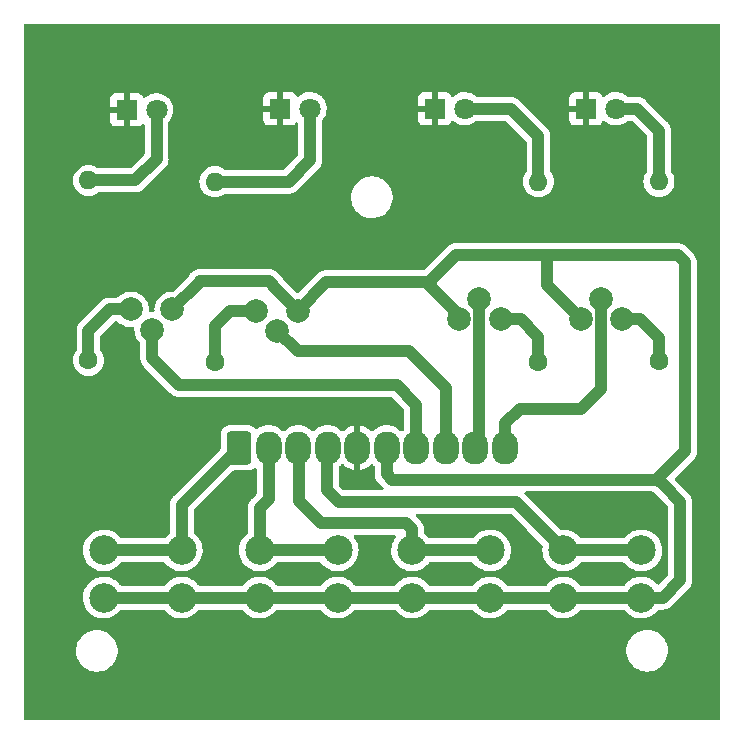
<source format=gbr>
G04 #@! TF.GenerationSoftware,KiCad,Pcbnew,(6.0.4)*
G04 #@! TF.CreationDate,2022-04-20T18:40:44+02:00*
G04 #@! TF.ProjectId,P_ytka_prze__cznika_NE068,50427974-6b61-45f7-9072-7a654205637a,rev?*
G04 #@! TF.SameCoordinates,Original*
G04 #@! TF.FileFunction,Copper,L2,Bot*
G04 #@! TF.FilePolarity,Positive*
%FSLAX46Y46*%
G04 Gerber Fmt 4.6, Leading zero omitted, Abs format (unit mm)*
G04 Created by KiCad (PCBNEW (6.0.4)) date 2022-04-20 18:40:44*
%MOMM*%
%LPD*%
G01*
G04 APERTURE LIST*
G04 Aperture macros list*
%AMRoundRect*
0 Rectangle with rounded corners*
0 $1 Rounding radius*
0 $2 $3 $4 $5 $6 $7 $8 $9 X,Y pos of 4 corners*
0 Add a 4 corners polygon primitive as box body*
4,1,4,$2,$3,$4,$5,$6,$7,$8,$9,$2,$3,0*
0 Add four circle primitives for the rounded corners*
1,1,$1+$1,$2,$3*
1,1,$1+$1,$4,$5*
1,1,$1+$1,$6,$7*
1,1,$1+$1,$8,$9*
0 Add four rect primitives between the rounded corners*
20,1,$1+$1,$2,$3,$4,$5,0*
20,1,$1+$1,$4,$5,$6,$7,0*
20,1,$1+$1,$6,$7,$8,$9,0*
20,1,$1+$1,$8,$9,$2,$3,0*%
G04 Aperture macros list end*
G04 #@! TA.AperFunction,ComponentPad*
%ADD10R,1.800000X1.800000*%
G04 #@! TD*
G04 #@! TA.AperFunction,ComponentPad*
%ADD11C,1.800000*%
G04 #@! TD*
G04 #@! TA.AperFunction,ComponentPad*
%ADD12C,1.600000*%
G04 #@! TD*
G04 #@! TA.AperFunction,ComponentPad*
%ADD13O,1.600000X1.600000*%
G04 #@! TD*
G04 #@! TA.AperFunction,ComponentPad*
%ADD14C,2.500000*%
G04 #@! TD*
G04 #@! TA.AperFunction,ComponentPad*
%ADD15C,2.000000*%
G04 #@! TD*
G04 #@! TA.AperFunction,ComponentPad*
%ADD16RoundRect,0.308824X-0.741176X-1.091176X0.741176X-1.091176X0.741176X1.091176X-0.741176X1.091176X0*%
G04 #@! TD*
G04 #@! TA.AperFunction,ComponentPad*
%ADD17O,2.200000X2.800000*%
G04 #@! TD*
G04 #@! TA.AperFunction,Conductor*
%ADD18C,1.000000*%
G04 #@! TD*
G04 APERTURE END LIST*
D10*
G04 #@! TO.P,D3,1,K*
G04 #@! TO.N,GND*
X135325000Y-75100000D03*
D11*
G04 #@! TO.P,D3,2,A*
G04 #@! TO.N,Net-(D3-Pad2)*
X137865000Y-75100000D03*
G04 #@! TD*
D12*
G04 #@! TO.P,R1,1*
G04 #@! TO.N,Net-(R1-Pad1)*
X106000000Y-96420000D03*
D13*
G04 #@! TO.P,R1,2*
G04 #@! TO.N,Net-(D1-Pad2)*
X106000000Y-81180000D03*
G04 #@! TD*
D14*
G04 #@! TO.P,SW2,1,1*
G04 #@! TO.N,Net-(Q2-Pad1)*
X127100000Y-116500000D03*
G04 #@! TO.P,SW2,2,2*
X120500000Y-116500000D03*
G04 #@! TO.P,SW2,3,K*
G04 #@! TO.N,Net-(J1-Pad2)*
X127100000Y-112500000D03*
G04 #@! TO.P,SW2,4,A*
X120500000Y-112500000D03*
G04 #@! TD*
D10*
G04 #@! TO.P,D1,1,K*
G04 #@! TO.N,GND*
X109225000Y-75200000D03*
D11*
G04 #@! TO.P,D1,2,A*
G04 #@! TO.N,Net-(D1-Pad2)*
X111765000Y-75200000D03*
G04 #@! TD*
D12*
G04 #@! TO.P,R2,1*
G04 #@! TO.N,Net-(R2-Pad1)*
X116700000Y-96520000D03*
D13*
G04 #@! TO.P,R2,2*
G04 #@! TO.N,Net-(D2-Pad2)*
X116700000Y-81280000D03*
G04 #@! TD*
D15*
G04 #@! TO.P,Q1,1,C*
G04 #@! TO.N,Net-(Q2-Pad1)*
X113100000Y-92100000D03*
G04 #@! TO.P,Q1,2,B*
G04 #@! TO.N,Net-(J1-Pad7)*
X111400000Y-93800000D03*
G04 #@! TO.P,Q1,3,E*
G04 #@! TO.N,Net-(R1-Pad1)*
X109600000Y-92100000D03*
G04 #@! TD*
D10*
G04 #@! TO.P,D4,1,K*
G04 #@! TO.N,GND*
X148125000Y-75100000D03*
D11*
G04 #@! TO.P,D4,2,A*
G04 #@! TO.N,Net-(D4-Pad2)*
X150665000Y-75100000D03*
G04 #@! TD*
D12*
G04 #@! TO.P,R4,1*
G04 #@! TO.N,Net-(R4-Pad1)*
X154300000Y-96500000D03*
D13*
G04 #@! TO.P,R4,2*
G04 #@! TO.N,Net-(D4-Pad2)*
X154300000Y-81260000D03*
G04 #@! TD*
D14*
G04 #@! TO.P,SW1,1,1*
G04 #@! TO.N,Net-(Q2-Pad1)*
X113900000Y-116500000D03*
G04 #@! TO.P,SW1,2,2*
X107300000Y-116500000D03*
G04 #@! TO.P,SW1,3,K*
G04 #@! TO.N,Net-(J1-Pad1)*
X113900000Y-112500000D03*
G04 #@! TO.P,SW1,4,A*
X107300000Y-112500000D03*
G04 #@! TD*
D15*
G04 #@! TO.P,Q4,1,C*
G04 #@! TO.N,Net-(Q2-Pad1)*
X147700000Y-92900000D03*
G04 #@! TO.P,Q4,2,B*
G04 #@! TO.N,Net-(Q4-Pad2)*
X149400000Y-91200000D03*
G04 #@! TO.P,Q4,3,E*
G04 #@! TO.N,Net-(R4-Pad1)*
X151200000Y-92900000D03*
G04 #@! TD*
D12*
G04 #@! TO.P,R3,1*
G04 #@! TO.N,Net-(R3-Pad1)*
X144100000Y-96520000D03*
D13*
G04 #@! TO.P,R3,2*
G04 #@! TO.N,Net-(D3-Pad2)*
X144100000Y-81280000D03*
G04 #@! TD*
D15*
G04 #@! TO.P,Q3,1,C*
G04 #@! TO.N,Net-(Q2-Pad1)*
X137400000Y-92900000D03*
G04 #@! TO.P,Q3,2,B*
G04 #@! TO.N,Net-(Q3-Pad2)*
X139100000Y-91200000D03*
G04 #@! TO.P,Q3,3,E*
G04 #@! TO.N,Net-(R3-Pad1)*
X140900000Y-92900000D03*
G04 #@! TD*
D14*
G04 #@! TO.P,SW4,1,1*
G04 #@! TO.N,Net-(Q2-Pad1)*
X152800000Y-116500000D03*
G04 #@! TO.P,SW4,2,2*
X146200000Y-116500000D03*
G04 #@! TO.P,SW4,3,K*
G04 #@! TO.N,Net-(SW4-Pad3)*
X152800000Y-112500000D03*
G04 #@! TO.P,SW4,4,A*
X146200000Y-112500000D03*
G04 #@! TD*
D10*
G04 #@! TO.P,D2,1,K*
G04 #@! TO.N,GND*
X122225000Y-75100000D03*
D11*
G04 #@! TO.P,D2,2,A*
G04 #@! TO.N,Net-(D2-Pad2)*
X124765000Y-75100000D03*
G04 #@! TD*
D16*
G04 #@! TO.P,J1,1,Pin_1*
G04 #@! TO.N,Net-(J1-Pad1)*
X118750000Y-103800000D03*
D17*
G04 #@! TO.P,J1,2,Pin_2*
G04 #@! TO.N,Net-(J1-Pad2)*
X121250000Y-103800000D03*
G04 #@! TO.P,J1,3,Pin_3*
G04 #@! TO.N,Net-(SW3-Pad3)*
X123750000Y-103800000D03*
G04 #@! TO.P,J1,4,Pin_4*
G04 #@! TO.N,Net-(SW4-Pad3)*
X126250000Y-103800000D03*
G04 #@! TO.P,J1,5,Pin_5*
G04 #@! TO.N,GND*
X128750000Y-103800000D03*
G04 #@! TO.P,J1,6,Pin_6*
G04 #@! TO.N,Net-(Q2-Pad1)*
X131250000Y-103800000D03*
G04 #@! TO.P,J1,7,Pin_7*
G04 #@! TO.N,Net-(J1-Pad7)*
X133750000Y-103800000D03*
G04 #@! TO.P,J1,8,Pin_8*
G04 #@! TO.N,Net-(Q2-Pad2)*
X136250000Y-103800000D03*
G04 #@! TO.P,J1,9,Pin_9*
G04 #@! TO.N,Net-(Q3-Pad2)*
X138750000Y-103800000D03*
G04 #@! TO.P,J1,10,Pin_10*
G04 #@! TO.N,Net-(Q4-Pad2)*
X141250000Y-103800000D03*
G04 #@! TD*
D15*
G04 #@! TO.P,Q2,1,C*
G04 #@! TO.N,Net-(Q2-Pad1)*
X123700000Y-92200000D03*
G04 #@! TO.P,Q2,2,B*
G04 #@! TO.N,Net-(Q2-Pad2)*
X122000000Y-93900000D03*
G04 #@! TO.P,Q2,3,E*
G04 #@! TO.N,Net-(R2-Pad1)*
X120200000Y-92200000D03*
G04 #@! TD*
D14*
G04 #@! TO.P,SW3,1,1*
G04 #@! TO.N,Net-(Q2-Pad1)*
X140000000Y-116500000D03*
G04 #@! TO.P,SW3,2,2*
X133400000Y-116500000D03*
G04 #@! TO.P,SW3,3,K*
G04 #@! TO.N,Net-(SW3-Pad3)*
X140000000Y-112500000D03*
G04 #@! TO.P,SW3,4,A*
X133400000Y-112500000D03*
G04 #@! TD*
D18*
G04 #@! TO.N,Net-(D3-Pad2)*
X144100000Y-77450000D02*
X144100000Y-81280000D01*
X141750000Y-75100000D02*
X144100000Y-77450000D01*
X137865000Y-75100000D02*
X141750000Y-75100000D01*
G04 #@! TO.N,Net-(D4-Pad2)*
X154300000Y-76950000D02*
X154300000Y-81260000D01*
X152450000Y-75100000D02*
X154300000Y-76950000D01*
X150665000Y-75100000D02*
X152450000Y-75100000D01*
G04 #@! TO.N,Net-(D2-Pad2)*
X124765000Y-79485000D02*
X124765000Y-75100000D01*
X122970000Y-81280000D02*
X124765000Y-79485000D01*
X116700000Y-81280000D02*
X122970000Y-81280000D01*
G04 #@! TO.N,Net-(D1-Pad2)*
X111765000Y-79365000D02*
X111765000Y-75200000D01*
X109980000Y-81150000D02*
X111765000Y-79365000D01*
X106000000Y-81180000D02*
X106030000Y-81150000D01*
X106030000Y-81150000D02*
X109980000Y-81150000D01*
G04 #@! TO.N,Net-(J1-Pad1)*
X118750000Y-103800000D02*
X113900000Y-108650000D01*
X107300000Y-112500000D02*
X113900000Y-112500000D01*
X113900000Y-108650000D02*
X113900000Y-112500000D01*
G04 #@! TO.N,Net-(J1-Pad2)*
X121250000Y-103800000D02*
X121250000Y-108150000D01*
X120500000Y-112500000D02*
X127100000Y-112500000D01*
X121250000Y-108150000D02*
X120500000Y-108900000D01*
X120500000Y-108900000D02*
X120500000Y-112500000D01*
G04 #@! TO.N,Net-(SW3-Pad3)*
X123800000Y-103850000D02*
X123800000Y-108300000D01*
X133400000Y-110700000D02*
X133400000Y-112500000D01*
X132900000Y-110200000D02*
X133400000Y-110700000D01*
X133400000Y-112500000D02*
X140000000Y-112500000D01*
X125700000Y-110200000D02*
X132900000Y-110200000D01*
X123750000Y-103800000D02*
X123800000Y-103850000D01*
X123800000Y-108300000D02*
X125700000Y-110200000D01*
G04 #@! TO.N,Net-(SW4-Pad3)*
X146200000Y-112500000D02*
X152800000Y-112500000D01*
X127200000Y-108400000D02*
X142200000Y-108400000D01*
X126250000Y-103800000D02*
X126200000Y-103850000D01*
X126200000Y-103850000D02*
X126200000Y-107400000D01*
X142200000Y-108400000D02*
X146200000Y-112400000D01*
X146200000Y-112400000D02*
X146200000Y-112500000D01*
X126200000Y-107400000D02*
X127200000Y-108400000D01*
G04 #@! TO.N,Net-(Q2-Pad1)*
X135000000Y-90000000D02*
X135000000Y-89600000D01*
X115400000Y-89700000D02*
X121300000Y-89700000D01*
X144800000Y-87700000D02*
X145000000Y-87500000D01*
X127100000Y-116500000D02*
X133400000Y-116500000D01*
X120500000Y-116500000D02*
X107300000Y-116500000D01*
X120500000Y-116500000D02*
X127100000Y-116500000D01*
X131250000Y-106050000D02*
X131700000Y-106500000D01*
X135000000Y-89600000D02*
X137100000Y-87500000D01*
X121600000Y-90100000D02*
X123700000Y-92200000D01*
X156100000Y-115000000D02*
X154600000Y-116500000D01*
X126100000Y-89800000D02*
X134600000Y-89800000D01*
X146200000Y-116500000D02*
X152800000Y-116500000D01*
X131250000Y-103800000D02*
X131250000Y-106050000D01*
X134600000Y-89800000D02*
X137400000Y-92600000D01*
X133400000Y-116500000D02*
X140000000Y-116500000D01*
X123700000Y-92200000D02*
X126100000Y-89800000D01*
X154300000Y-106300000D02*
X154300000Y-106600000D01*
X137100000Y-87500000D02*
X145000000Y-87500000D01*
X144800000Y-90000000D02*
X144800000Y-87700000D01*
X154200000Y-106500000D02*
X154700000Y-107000000D01*
X156500000Y-104100000D02*
X154300000Y-106300000D01*
X154300000Y-106600000D02*
X154700000Y-107000000D01*
X115400000Y-89800000D02*
X115400000Y-89700000D01*
X121300000Y-89700000D02*
X121600000Y-90000000D01*
X155900000Y-87500000D02*
X156500000Y-88100000D01*
X156100000Y-108400000D02*
X156100000Y-115000000D01*
X147700000Y-92900000D02*
X144800000Y-90000000D01*
X113100000Y-92100000D02*
X115400000Y-89800000D01*
X154600000Y-116500000D02*
X152800000Y-116500000D01*
X145000000Y-87500000D02*
X155900000Y-87500000D01*
X154700000Y-107000000D02*
X156100000Y-108400000D01*
X156500000Y-88100000D02*
X156500000Y-104100000D01*
X140000000Y-116500000D02*
X146200000Y-116500000D01*
X131700000Y-106500000D02*
X154200000Y-106500000D01*
X137400000Y-92600000D02*
X137400000Y-92900000D01*
X121600000Y-90000000D02*
X121600000Y-90100000D01*
G04 #@! TO.N,Net-(J1-Pad7)*
X111400000Y-96200000D02*
X111400000Y-93800000D01*
X132100000Y-98500000D02*
X113700000Y-98500000D01*
X133750000Y-100150000D02*
X132100000Y-98500000D01*
X133750000Y-103800000D02*
X133750000Y-100150000D01*
X113700000Y-98500000D02*
X111400000Y-96200000D01*
G04 #@! TO.N,Net-(Q2-Pad2)*
X122000000Y-93900000D02*
X123700000Y-95600000D01*
X123700000Y-95600000D02*
X133100000Y-95600000D01*
X136250000Y-98750000D02*
X136250000Y-103800000D01*
X133100000Y-95600000D02*
X136250000Y-98750000D01*
G04 #@! TO.N,Net-(Q3-Pad2)*
X139100000Y-103450000D02*
X138750000Y-103800000D01*
X139100000Y-91200000D02*
X139100000Y-103450000D01*
G04 #@! TO.N,Net-(Q4-Pad2)*
X149400000Y-91200000D02*
X149400000Y-98800000D01*
X142500000Y-100500000D02*
X141250000Y-101750000D01*
X141250000Y-101750000D02*
X141250000Y-103800000D01*
X149400000Y-98800000D02*
X147700000Y-100500000D01*
X147700000Y-100500000D02*
X142500000Y-100500000D01*
G04 #@! TO.N,Net-(R1-Pad1)*
X107800000Y-92100000D02*
X106000000Y-93900000D01*
X109600000Y-92100000D02*
X107800000Y-92100000D01*
X106000000Y-93900000D02*
X106000000Y-96420000D01*
G04 #@! TO.N,Net-(R2-Pad1)*
X116700000Y-93500000D02*
X116700000Y-96520000D01*
X120200000Y-92200000D02*
X118000000Y-92200000D01*
X118000000Y-92200000D02*
X116700000Y-93500000D01*
G04 #@! TO.N,Net-(R3-Pad1)*
X142600000Y-92900000D02*
X144100000Y-94400000D01*
X140900000Y-92900000D02*
X142600000Y-92900000D01*
X144100000Y-94400000D02*
X144100000Y-96520000D01*
G04 #@! TO.N,Net-(R4-Pad1)*
X154300000Y-94500000D02*
X154300000Y-96500000D01*
X151200000Y-92900000D02*
X152700000Y-92900000D01*
X152700000Y-92900000D02*
X154300000Y-94500000D01*
G04 #@! TD*
G04 #@! TA.AperFunction,Conductor*
G04 #@! TO.N,GND*
G36*
X159433621Y-67928502D02*
G01*
X159480114Y-67982158D01*
X159491500Y-68034500D01*
X159491500Y-126765500D01*
X159471498Y-126833621D01*
X159417842Y-126880114D01*
X159365500Y-126891500D01*
X100634500Y-126891500D01*
X100566379Y-126871498D01*
X100519886Y-126817842D01*
X100508500Y-126765500D01*
X100508500Y-121107655D01*
X104939858Y-121107655D01*
X104975104Y-121366638D01*
X104976412Y-121371124D01*
X104976412Y-121371126D01*
X104996098Y-121438664D01*
X105048243Y-121617567D01*
X105157668Y-121854928D01*
X105160231Y-121858837D01*
X105298410Y-122069596D01*
X105298414Y-122069601D01*
X105300976Y-122073509D01*
X105475018Y-122268506D01*
X105675970Y-122435637D01*
X105679973Y-122438066D01*
X105895422Y-122568804D01*
X105895426Y-122568806D01*
X105899419Y-122571229D01*
X106140455Y-122672303D01*
X106393783Y-122736641D01*
X106398434Y-122737109D01*
X106398438Y-122737110D01*
X106591308Y-122756531D01*
X106610867Y-122758500D01*
X106766354Y-122758500D01*
X106768679Y-122758327D01*
X106768685Y-122758327D01*
X106956000Y-122744407D01*
X106956004Y-122744406D01*
X106960652Y-122744061D01*
X106965200Y-122743032D01*
X106965206Y-122743031D01*
X107151601Y-122700853D01*
X107215577Y-122686377D01*
X107251769Y-122672303D01*
X107454824Y-122593340D01*
X107454827Y-122593339D01*
X107459177Y-122591647D01*
X107686098Y-122461951D01*
X107891357Y-122300138D01*
X108070443Y-122109763D01*
X108219424Y-121895009D01*
X108335025Y-121660593D01*
X108414707Y-121411665D01*
X108456721Y-121153693D01*
X108457324Y-121107655D01*
X151539858Y-121107655D01*
X151575104Y-121366638D01*
X151576412Y-121371124D01*
X151576412Y-121371126D01*
X151596098Y-121438664D01*
X151648243Y-121617567D01*
X151757668Y-121854928D01*
X151760231Y-121858837D01*
X151898410Y-122069596D01*
X151898414Y-122069601D01*
X151900976Y-122073509D01*
X152075018Y-122268506D01*
X152275970Y-122435637D01*
X152279973Y-122438066D01*
X152495422Y-122568804D01*
X152495426Y-122568806D01*
X152499419Y-122571229D01*
X152740455Y-122672303D01*
X152993783Y-122736641D01*
X152998434Y-122737109D01*
X152998438Y-122737110D01*
X153191308Y-122756531D01*
X153210867Y-122758500D01*
X153366354Y-122758500D01*
X153368679Y-122758327D01*
X153368685Y-122758327D01*
X153556000Y-122744407D01*
X153556004Y-122744406D01*
X153560652Y-122744061D01*
X153565200Y-122743032D01*
X153565206Y-122743031D01*
X153751601Y-122700853D01*
X153815577Y-122686377D01*
X153851769Y-122672303D01*
X154054824Y-122593340D01*
X154054827Y-122593339D01*
X154059177Y-122591647D01*
X154286098Y-122461951D01*
X154491357Y-122300138D01*
X154670443Y-122109763D01*
X154819424Y-121895009D01*
X154935025Y-121660593D01*
X155014707Y-121411665D01*
X155056721Y-121153693D01*
X155060142Y-120892345D01*
X155024896Y-120633362D01*
X155010473Y-120583877D01*
X154953068Y-120386932D01*
X154951757Y-120382433D01*
X154842332Y-120145072D01*
X154809519Y-120095024D01*
X154701590Y-119930404D01*
X154701586Y-119930399D01*
X154699024Y-119926491D01*
X154524982Y-119731494D01*
X154324030Y-119564363D01*
X154276844Y-119535730D01*
X154104578Y-119431196D01*
X154104574Y-119431194D01*
X154100581Y-119428771D01*
X153859545Y-119327697D01*
X153606217Y-119263359D01*
X153601566Y-119262891D01*
X153601562Y-119262890D01*
X153392271Y-119241816D01*
X153389133Y-119241500D01*
X153233646Y-119241500D01*
X153231321Y-119241673D01*
X153231315Y-119241673D01*
X153044000Y-119255593D01*
X153043996Y-119255594D01*
X153039348Y-119255939D01*
X153034800Y-119256968D01*
X153034794Y-119256969D01*
X152848399Y-119299147D01*
X152784423Y-119313623D01*
X152780071Y-119315315D01*
X152780069Y-119315316D01*
X152545176Y-119406660D01*
X152545173Y-119406661D01*
X152540823Y-119408353D01*
X152313902Y-119538049D01*
X152108643Y-119699862D01*
X151929557Y-119890237D01*
X151780576Y-120104991D01*
X151664975Y-120339407D01*
X151585293Y-120588335D01*
X151543279Y-120846307D01*
X151539858Y-121107655D01*
X108457324Y-121107655D01*
X108460142Y-120892345D01*
X108424896Y-120633362D01*
X108410473Y-120583877D01*
X108353068Y-120386932D01*
X108351757Y-120382433D01*
X108242332Y-120145072D01*
X108209519Y-120095024D01*
X108101590Y-119930404D01*
X108101586Y-119930399D01*
X108099024Y-119926491D01*
X107924982Y-119731494D01*
X107724030Y-119564363D01*
X107676844Y-119535730D01*
X107504578Y-119431196D01*
X107504574Y-119431194D01*
X107500581Y-119428771D01*
X107259545Y-119327697D01*
X107006217Y-119263359D01*
X107001566Y-119262891D01*
X107001562Y-119262890D01*
X106792271Y-119241816D01*
X106789133Y-119241500D01*
X106633646Y-119241500D01*
X106631321Y-119241673D01*
X106631315Y-119241673D01*
X106444000Y-119255593D01*
X106443996Y-119255594D01*
X106439348Y-119255939D01*
X106434800Y-119256968D01*
X106434794Y-119256969D01*
X106248399Y-119299147D01*
X106184423Y-119313623D01*
X106180071Y-119315315D01*
X106180069Y-119315316D01*
X105945176Y-119406660D01*
X105945173Y-119406661D01*
X105940823Y-119408353D01*
X105713902Y-119538049D01*
X105508643Y-119699862D01*
X105329557Y-119890237D01*
X105180576Y-120104991D01*
X105064975Y-120339407D01*
X104985293Y-120588335D01*
X104943279Y-120846307D01*
X104939858Y-121107655D01*
X100508500Y-121107655D01*
X100508500Y-96420000D01*
X104686502Y-96420000D01*
X104706457Y-96648087D01*
X104707881Y-96653400D01*
X104707881Y-96653402D01*
X104756242Y-96833884D01*
X104765716Y-96869243D01*
X104768039Y-96874224D01*
X104768039Y-96874225D01*
X104860151Y-97071762D01*
X104860154Y-97071767D01*
X104862477Y-97076749D01*
X104993802Y-97264300D01*
X105155700Y-97426198D01*
X105160208Y-97429355D01*
X105160211Y-97429357D01*
X105195689Y-97454199D01*
X105343251Y-97557523D01*
X105348233Y-97559846D01*
X105348238Y-97559849D01*
X105545775Y-97651961D01*
X105550757Y-97654284D01*
X105556065Y-97655706D01*
X105556067Y-97655707D01*
X105766598Y-97712119D01*
X105766600Y-97712119D01*
X105771913Y-97713543D01*
X106000000Y-97733498D01*
X106228087Y-97713543D01*
X106233400Y-97712119D01*
X106233402Y-97712119D01*
X106443933Y-97655707D01*
X106443935Y-97655706D01*
X106449243Y-97654284D01*
X106454225Y-97651961D01*
X106651762Y-97559849D01*
X106651767Y-97559846D01*
X106656749Y-97557523D01*
X106804311Y-97454199D01*
X106839789Y-97429357D01*
X106839792Y-97429355D01*
X106844300Y-97426198D01*
X107006198Y-97264300D01*
X107137523Y-97076749D01*
X107139846Y-97071767D01*
X107139849Y-97071762D01*
X107231961Y-96874225D01*
X107231961Y-96874224D01*
X107234284Y-96869243D01*
X107243759Y-96833884D01*
X107292119Y-96653402D01*
X107292119Y-96653400D01*
X107293543Y-96648087D01*
X107313498Y-96420000D01*
X107293543Y-96191913D01*
X107234284Y-95970757D01*
X107231961Y-95965775D01*
X107139849Y-95768238D01*
X107139846Y-95768233D01*
X107137523Y-95763251D01*
X107031287Y-95611531D01*
X107008500Y-95539260D01*
X107008500Y-94369925D01*
X107028502Y-94301804D01*
X107045405Y-94280830D01*
X108180829Y-93145405D01*
X108243141Y-93111380D01*
X108269924Y-93108500D01*
X108419444Y-93108500D01*
X108487565Y-93128502D01*
X108515254Y-93152668D01*
X108530031Y-93169969D01*
X108710584Y-93324176D01*
X108714792Y-93326755D01*
X108714798Y-93326759D01*
X108908817Y-93445654D01*
X108913037Y-93448240D01*
X108917607Y-93450133D01*
X108917611Y-93450135D01*
X109077726Y-93516456D01*
X109132406Y-93539105D01*
X109194311Y-93553967D01*
X109358476Y-93593380D01*
X109358482Y-93593381D01*
X109363289Y-93594535D01*
X109600000Y-93613165D01*
X109756346Y-93600860D01*
X109825826Y-93615456D01*
X109876385Y-93665298D01*
X109891844Y-93736358D01*
X109886835Y-93800000D01*
X109905465Y-94036711D01*
X109906619Y-94041518D01*
X109906620Y-94041524D01*
X109927762Y-94129584D01*
X109960895Y-94267594D01*
X109962788Y-94272165D01*
X109962789Y-94272167D01*
X110041355Y-94461842D01*
X110051760Y-94486963D01*
X110054346Y-94491183D01*
X110173241Y-94685202D01*
X110173245Y-94685208D01*
X110175824Y-94689416D01*
X110239714Y-94764221D01*
X110312750Y-94849735D01*
X110330031Y-94869969D01*
X110333787Y-94873177D01*
X110333788Y-94873178D01*
X110347332Y-94884746D01*
X110386140Y-94944197D01*
X110391500Y-94980556D01*
X110391500Y-96138157D01*
X110390763Y-96151764D01*
X110386676Y-96189388D01*
X110388973Y-96215638D01*
X110391050Y-96239388D01*
X110391379Y-96244214D01*
X110391500Y-96246686D01*
X110391500Y-96249769D01*
X110391801Y-96252837D01*
X110395690Y-96292506D01*
X110395812Y-96293819D01*
X110397490Y-96312992D01*
X110403913Y-96386413D01*
X110405400Y-96391532D01*
X110405920Y-96396833D01*
X110432791Y-96485834D01*
X110433126Y-96486967D01*
X110455248Y-96563108D01*
X110459091Y-96576336D01*
X110461544Y-96581068D01*
X110463084Y-96586169D01*
X110465978Y-96591612D01*
X110506731Y-96668260D01*
X110507343Y-96669426D01*
X110550108Y-96751926D01*
X110553431Y-96756089D01*
X110555934Y-96760796D01*
X110614755Y-96832918D01*
X110615446Y-96833774D01*
X110646738Y-96872973D01*
X110649242Y-96875477D01*
X110649884Y-96876195D01*
X110653585Y-96880528D01*
X110680935Y-96914062D01*
X110685682Y-96917989D01*
X110685684Y-96917991D01*
X110716262Y-96943287D01*
X110725042Y-96951277D01*
X112943145Y-99169379D01*
X112952247Y-99179522D01*
X112968713Y-99200001D01*
X112975968Y-99209025D01*
X112980696Y-99212992D01*
X113014421Y-99241291D01*
X113018069Y-99244472D01*
X113019881Y-99246115D01*
X113022075Y-99248309D01*
X113055349Y-99275642D01*
X113056147Y-99276304D01*
X113127474Y-99336154D01*
X113132144Y-99338722D01*
X113136261Y-99342103D01*
X113183224Y-99367284D01*
X113218086Y-99385977D01*
X113219245Y-99386606D01*
X113295381Y-99428462D01*
X113295389Y-99428465D01*
X113300787Y-99431433D01*
X113305869Y-99433045D01*
X113310563Y-99435562D01*
X113399531Y-99462762D01*
X113400559Y-99463082D01*
X113489306Y-99491235D01*
X113494602Y-99491829D01*
X113499698Y-99493387D01*
X113592257Y-99502790D01*
X113593393Y-99502911D01*
X113624798Y-99506433D01*
X113639730Y-99508108D01*
X113639734Y-99508108D01*
X113643227Y-99508500D01*
X113646754Y-99508500D01*
X113647739Y-99508555D01*
X113653419Y-99509002D01*
X113682825Y-99511989D01*
X113690337Y-99512752D01*
X113690339Y-99512752D01*
X113696462Y-99513374D01*
X113742108Y-99509059D01*
X113753967Y-99508500D01*
X131630075Y-99508500D01*
X131698196Y-99528502D01*
X131719170Y-99545405D01*
X132704595Y-100530829D01*
X132738620Y-100593141D01*
X132741500Y-100619924D01*
X132741500Y-102187936D01*
X132721498Y-102256057D01*
X132697331Y-102283747D01*
X132609102Y-102359102D01*
X132595809Y-102374666D01*
X132536361Y-102413473D01*
X132465367Y-102413981D01*
X132404191Y-102374666D01*
X132390898Y-102359102D01*
X132198376Y-102194672D01*
X131982502Y-102062384D01*
X131977932Y-102060491D01*
X131977928Y-102060489D01*
X131753164Y-101967389D01*
X131753162Y-101967388D01*
X131748591Y-101965495D01*
X131626122Y-101936093D01*
X131507216Y-101907546D01*
X131507210Y-101907545D01*
X131502403Y-101906391D01*
X131250000Y-101886526D01*
X130997597Y-101906391D01*
X130992790Y-101907545D01*
X130992784Y-101907546D01*
X130873878Y-101936093D01*
X130751409Y-101965495D01*
X130746838Y-101967388D01*
X130746836Y-101967389D01*
X130522072Y-102060489D01*
X130522068Y-102060491D01*
X130517498Y-102062384D01*
X130301624Y-102194672D01*
X130109102Y-102359102D01*
X130105894Y-102362858D01*
X130105889Y-102362863D01*
X130095482Y-102375048D01*
X130036032Y-102413858D01*
X129965037Y-102414365D01*
X129903860Y-102375049D01*
X129893751Y-102363213D01*
X129886787Y-102356249D01*
X129701840Y-102198289D01*
X129693867Y-102192496D01*
X129486494Y-102065417D01*
X129477700Y-102060936D01*
X129253009Y-101967866D01*
X129243624Y-101964817D01*
X129021615Y-101911517D01*
X129007530Y-101912222D01*
X129004000Y-101921101D01*
X129004000Y-105674597D01*
X129007973Y-105688128D01*
X129017431Y-105689488D01*
X129243624Y-105635183D01*
X129253009Y-105632134D01*
X129477700Y-105539064D01*
X129486494Y-105534583D01*
X129693867Y-105407504D01*
X129701840Y-105401711D01*
X129886787Y-105243751D01*
X129893751Y-105236787D01*
X129903860Y-105224951D01*
X129963311Y-105186142D01*
X130034306Y-105185636D01*
X130095482Y-105224952D01*
X130105889Y-105237137D01*
X130105894Y-105237142D01*
X130109102Y-105240898D01*
X130112858Y-105244106D01*
X130197331Y-105316253D01*
X130236140Y-105375704D01*
X130241500Y-105412064D01*
X130241500Y-105988157D01*
X130240763Y-106001764D01*
X130236676Y-106039388D01*
X130237213Y-106045523D01*
X130241050Y-106089388D01*
X130241379Y-106094214D01*
X130241500Y-106096686D01*
X130241500Y-106099769D01*
X130241801Y-106102837D01*
X130245690Y-106142506D01*
X130245812Y-106143819D01*
X130253913Y-106236413D01*
X130255400Y-106241532D01*
X130255920Y-106246833D01*
X130282791Y-106335834D01*
X130283126Y-106336967D01*
X130309091Y-106426336D01*
X130311544Y-106431068D01*
X130313084Y-106436169D01*
X130315978Y-106441612D01*
X130356731Y-106518260D01*
X130357343Y-106519426D01*
X130400108Y-106601926D01*
X130403431Y-106606089D01*
X130405934Y-106610796D01*
X130464755Y-106682918D01*
X130465446Y-106683774D01*
X130496738Y-106722973D01*
X130499242Y-106725477D01*
X130499884Y-106726195D01*
X130503585Y-106730528D01*
X130530935Y-106764062D01*
X130535683Y-106767990D01*
X130535684Y-106767991D01*
X130566263Y-106793288D01*
X130575042Y-106801277D01*
X130943152Y-107169387D01*
X130952244Y-107179519D01*
X130957895Y-107186547D01*
X130984992Y-107252166D01*
X130972312Y-107322021D01*
X130923877Y-107373931D01*
X130859700Y-107391500D01*
X127669924Y-107391500D01*
X127601803Y-107371498D01*
X127580829Y-107354595D01*
X127245405Y-107019171D01*
X127211379Y-106956859D01*
X127208500Y-106930076D01*
X127208500Y-105454768D01*
X127228502Y-105386647D01*
X127252669Y-105358957D01*
X127387142Y-105244106D01*
X127390898Y-105240898D01*
X127394106Y-105237142D01*
X127394111Y-105237137D01*
X127404518Y-105224952D01*
X127463968Y-105186142D01*
X127534963Y-105185635D01*
X127596140Y-105224951D01*
X127606249Y-105236787D01*
X127613213Y-105243751D01*
X127798160Y-105401711D01*
X127806133Y-105407504D01*
X128013506Y-105534583D01*
X128022300Y-105539064D01*
X128246991Y-105632134D01*
X128256376Y-105635183D01*
X128478385Y-105688483D01*
X128492470Y-105687778D01*
X128496000Y-105678899D01*
X128496000Y-101925403D01*
X128492027Y-101911872D01*
X128482569Y-101910512D01*
X128256376Y-101964817D01*
X128246991Y-101967866D01*
X128022300Y-102060936D01*
X128013506Y-102065417D01*
X127806133Y-102192496D01*
X127798160Y-102198289D01*
X127613213Y-102356249D01*
X127606249Y-102363213D01*
X127596140Y-102375049D01*
X127536689Y-102413858D01*
X127465694Y-102414364D01*
X127404518Y-102375048D01*
X127394111Y-102362863D01*
X127394106Y-102362858D01*
X127390898Y-102359102D01*
X127198376Y-102194672D01*
X126982502Y-102062384D01*
X126977932Y-102060491D01*
X126977928Y-102060489D01*
X126753164Y-101967389D01*
X126753162Y-101967388D01*
X126748591Y-101965495D01*
X126626122Y-101936093D01*
X126507216Y-101907546D01*
X126507210Y-101907545D01*
X126502403Y-101906391D01*
X126250000Y-101886526D01*
X125997597Y-101906391D01*
X125992790Y-101907545D01*
X125992784Y-101907546D01*
X125873878Y-101936093D01*
X125751409Y-101965495D01*
X125746838Y-101967388D01*
X125746836Y-101967389D01*
X125522072Y-102060489D01*
X125522068Y-102060491D01*
X125517498Y-102062384D01*
X125301624Y-102194672D01*
X125109102Y-102359102D01*
X125095809Y-102374666D01*
X125036361Y-102413473D01*
X124965367Y-102413981D01*
X124904191Y-102374666D01*
X124890898Y-102359102D01*
X124698376Y-102194672D01*
X124482502Y-102062384D01*
X124477932Y-102060491D01*
X124477928Y-102060489D01*
X124253164Y-101967389D01*
X124253162Y-101967388D01*
X124248591Y-101965495D01*
X124126122Y-101936093D01*
X124007216Y-101907546D01*
X124007210Y-101907545D01*
X124002403Y-101906391D01*
X123750000Y-101886526D01*
X123497597Y-101906391D01*
X123492790Y-101907545D01*
X123492784Y-101907546D01*
X123373878Y-101936093D01*
X123251409Y-101965495D01*
X123246838Y-101967388D01*
X123246836Y-101967389D01*
X123022072Y-102060489D01*
X123022068Y-102060491D01*
X123017498Y-102062384D01*
X122801624Y-102194672D01*
X122609102Y-102359102D01*
X122595809Y-102374666D01*
X122536361Y-102413473D01*
X122465367Y-102413981D01*
X122404191Y-102374666D01*
X122390898Y-102359102D01*
X122198376Y-102194672D01*
X121982502Y-102062384D01*
X121977932Y-102060491D01*
X121977928Y-102060489D01*
X121753164Y-101967389D01*
X121753162Y-101967388D01*
X121748591Y-101965495D01*
X121626122Y-101936093D01*
X121507216Y-101907546D01*
X121507210Y-101907545D01*
X121502403Y-101906391D01*
X121250000Y-101886526D01*
X120997597Y-101906391D01*
X120992790Y-101907545D01*
X120992784Y-101907546D01*
X120873878Y-101936093D01*
X120751409Y-101965495D01*
X120746838Y-101967388D01*
X120746836Y-101967389D01*
X120522072Y-102060489D01*
X120522068Y-102060491D01*
X120517498Y-102062384D01*
X120301624Y-102194672D01*
X120297867Y-102197881D01*
X120297864Y-102197883D01*
X120296601Y-102198962D01*
X120296022Y-102199221D01*
X120293855Y-102200796D01*
X120293524Y-102200341D01*
X120231811Y-102227994D01*
X120161611Y-102217390D01*
X120116300Y-102181764D01*
X120072768Y-102127232D01*
X119929465Y-102012834D01*
X119764377Y-101933027D01*
X119731354Y-101925403D01*
X119590910Y-101892979D01*
X119590907Y-101892979D01*
X119585711Y-101891779D01*
X119580872Y-101891500D01*
X117919128Y-101891500D01*
X117914289Y-101891779D01*
X117909093Y-101892979D01*
X117909090Y-101892979D01*
X117768646Y-101925403D01*
X117735623Y-101933027D01*
X117570535Y-102012834D01*
X117427232Y-102127232D01*
X117312834Y-102270535D01*
X117233027Y-102435623D01*
X117191779Y-102614289D01*
X117191500Y-102619128D01*
X117191500Y-103880076D01*
X117171498Y-103948197D01*
X117154595Y-103969171D01*
X113230621Y-107893145D01*
X113220478Y-107902247D01*
X113190975Y-107925968D01*
X113187008Y-107930696D01*
X113158709Y-107964421D01*
X113155528Y-107968069D01*
X113153885Y-107969881D01*
X113151691Y-107972075D01*
X113124358Y-108005349D01*
X113123696Y-108006147D01*
X113063846Y-108077474D01*
X113061278Y-108082144D01*
X113057897Y-108086261D01*
X113027394Y-108143149D01*
X113014023Y-108168086D01*
X113013394Y-108169245D01*
X112971538Y-108245381D01*
X112971535Y-108245389D01*
X112968567Y-108250787D01*
X112966955Y-108255869D01*
X112964438Y-108260563D01*
X112937238Y-108349531D01*
X112936918Y-108350559D01*
X112908765Y-108439306D01*
X112908171Y-108444602D01*
X112906613Y-108449698D01*
X112897628Y-108538154D01*
X112897218Y-108542187D01*
X112897089Y-108543393D01*
X112891500Y-108593227D01*
X112891500Y-108596754D01*
X112891445Y-108597739D01*
X112890998Y-108603419D01*
X112886626Y-108646462D01*
X112889450Y-108676336D01*
X112890941Y-108692109D01*
X112891500Y-108703967D01*
X112891500Y-110990297D01*
X112871498Y-111058418D01*
X112834588Y-111095667D01*
X112832717Y-111096894D01*
X112826491Y-111100976D01*
X112631494Y-111275018D01*
X112628506Y-111278611D01*
X112628500Y-111278617D01*
X112489231Y-111446069D01*
X112430293Y-111485653D01*
X112392357Y-111491500D01*
X108805406Y-111491500D01*
X108737285Y-111471498D01*
X108706456Y-111443506D01*
X108603030Y-111312311D01*
X108603027Y-111312308D01*
X108600138Y-111308643D01*
X108409763Y-111129557D01*
X108195009Y-110980576D01*
X108190816Y-110978508D01*
X107964781Y-110867040D01*
X107964778Y-110867039D01*
X107960593Y-110864975D01*
X107914449Y-110850204D01*
X107716123Y-110786720D01*
X107711665Y-110785293D01*
X107453693Y-110743279D01*
X107339942Y-110741790D01*
X107197022Y-110739919D01*
X107197019Y-110739919D01*
X107192345Y-110739858D01*
X106933362Y-110775104D01*
X106682433Y-110848243D01*
X106678180Y-110850203D01*
X106678179Y-110850204D01*
X106627888Y-110873389D01*
X106445072Y-110957668D01*
X106406067Y-110983241D01*
X106230404Y-111098410D01*
X106230399Y-111098414D01*
X106226491Y-111100976D01*
X106031494Y-111275018D01*
X105864363Y-111475970D01*
X105728771Y-111699419D01*
X105627697Y-111940455D01*
X105563359Y-112193783D01*
X105537173Y-112453839D01*
X105549713Y-112714908D01*
X105600704Y-112971256D01*
X105689026Y-113217252D01*
X105691242Y-113221376D01*
X105755753Y-113341437D01*
X105812737Y-113447491D01*
X105815532Y-113451234D01*
X105815534Y-113451237D01*
X105966330Y-113653177D01*
X105966335Y-113653183D01*
X105969122Y-113656915D01*
X105972431Y-113660195D01*
X105972436Y-113660201D01*
X106151426Y-113837635D01*
X106154743Y-113840923D01*
X106158505Y-113843681D01*
X106158508Y-113843684D01*
X106361750Y-113992707D01*
X106365524Y-113995474D01*
X106369667Y-113997654D01*
X106369669Y-113997655D01*
X106592684Y-114114989D01*
X106592689Y-114114991D01*
X106596834Y-114117172D01*
X106843590Y-114203344D01*
X106848183Y-114204216D01*
X107095785Y-114251224D01*
X107095788Y-114251224D01*
X107100374Y-114252095D01*
X107230958Y-114257226D01*
X107356875Y-114262174D01*
X107356881Y-114262174D01*
X107361543Y-114262357D01*
X107440977Y-114253657D01*
X107616707Y-114234412D01*
X107616712Y-114234411D01*
X107621360Y-114233902D01*
X107734116Y-114204216D01*
X107869594Y-114168548D01*
X107869596Y-114168547D01*
X107874117Y-114167357D01*
X108114262Y-114064182D01*
X108336519Y-113926646D01*
X108340082Y-113923629D01*
X108340087Y-113923626D01*
X108532439Y-113760787D01*
X108532440Y-113760786D01*
X108536005Y-113757768D01*
X108708339Y-113561259D01*
X108710141Y-113558458D01*
X108766829Y-113516304D01*
X108810484Y-113508500D01*
X112395130Y-113508500D01*
X112463251Y-113528502D01*
X112496088Y-113559111D01*
X112566330Y-113653177D01*
X112566335Y-113653183D01*
X112569122Y-113656915D01*
X112572431Y-113660195D01*
X112572436Y-113660201D01*
X112751426Y-113837635D01*
X112754743Y-113840923D01*
X112758505Y-113843681D01*
X112758508Y-113843684D01*
X112961750Y-113992707D01*
X112965524Y-113995474D01*
X112969667Y-113997654D01*
X112969669Y-113997655D01*
X113192684Y-114114989D01*
X113192689Y-114114991D01*
X113196834Y-114117172D01*
X113443590Y-114203344D01*
X113448183Y-114204216D01*
X113695785Y-114251224D01*
X113695788Y-114251224D01*
X113700374Y-114252095D01*
X113830958Y-114257226D01*
X113956875Y-114262174D01*
X113956881Y-114262174D01*
X113961543Y-114262357D01*
X114040977Y-114253657D01*
X114216707Y-114234412D01*
X114216712Y-114234411D01*
X114221360Y-114233902D01*
X114334116Y-114204216D01*
X114469594Y-114168548D01*
X114469596Y-114168547D01*
X114474117Y-114167357D01*
X114714262Y-114064182D01*
X114936519Y-113926646D01*
X114940082Y-113923629D01*
X114940087Y-113923626D01*
X115132439Y-113760787D01*
X115132440Y-113760786D01*
X115136005Y-113757768D01*
X115227729Y-113653177D01*
X115305257Y-113564774D01*
X115305261Y-113564769D01*
X115308339Y-113561259D01*
X115449733Y-113341437D01*
X115557083Y-113103129D01*
X115628030Y-112851572D01*
X115644832Y-112719496D01*
X115660616Y-112595421D01*
X115660616Y-112595417D01*
X115661014Y-112592291D01*
X115663431Y-112500000D01*
X115644061Y-112239348D01*
X115632725Y-112189248D01*
X115587408Y-111988980D01*
X115586377Y-111984423D01*
X115491647Y-111740823D01*
X115361951Y-111513902D01*
X115200138Y-111308643D01*
X115009763Y-111129557D01*
X114962680Y-111096894D01*
X114918110Y-111041631D01*
X114908500Y-110993367D01*
X114908500Y-109119925D01*
X114928502Y-109051804D01*
X114945405Y-109030830D01*
X118230829Y-105745405D01*
X118293141Y-105711379D01*
X118319924Y-105708500D01*
X119580872Y-105708500D01*
X119585711Y-105708221D01*
X119590907Y-105707021D01*
X119590910Y-105707021D01*
X119757516Y-105668557D01*
X119764377Y-105666973D01*
X119929465Y-105587166D01*
X120036892Y-105501408D01*
X120102607Y-105474540D01*
X120172417Y-105487467D01*
X120224156Y-105536084D01*
X120241500Y-105599879D01*
X120241500Y-107680074D01*
X120221498Y-107748195D01*
X120204596Y-107769169D01*
X119830617Y-108143149D01*
X119820473Y-108152251D01*
X119790975Y-108175968D01*
X119764209Y-108207866D01*
X119758709Y-108214421D01*
X119755528Y-108218069D01*
X119753885Y-108219881D01*
X119751691Y-108222075D01*
X119724358Y-108255349D01*
X119723696Y-108256147D01*
X119663846Y-108327474D01*
X119661278Y-108332144D01*
X119657897Y-108336261D01*
X119627739Y-108392506D01*
X119614023Y-108418086D01*
X119613394Y-108419245D01*
X119571538Y-108495381D01*
X119571535Y-108495389D01*
X119568567Y-108500787D01*
X119566955Y-108505869D01*
X119564438Y-108510563D01*
X119537238Y-108599531D01*
X119536918Y-108600559D01*
X119508765Y-108689306D01*
X119508171Y-108694602D01*
X119506613Y-108699698D01*
X119498372Y-108780829D01*
X119497218Y-108792187D01*
X119497089Y-108793393D01*
X119491500Y-108843227D01*
X119491500Y-108846754D01*
X119491445Y-108847739D01*
X119490998Y-108853419D01*
X119486626Y-108896462D01*
X119487206Y-108902593D01*
X119490941Y-108942109D01*
X119491500Y-108953967D01*
X119491500Y-110990297D01*
X119471498Y-111058418D01*
X119434588Y-111095667D01*
X119432717Y-111096894D01*
X119426491Y-111100976D01*
X119231494Y-111275018D01*
X119064363Y-111475970D01*
X118928771Y-111699419D01*
X118827697Y-111940455D01*
X118763359Y-112193783D01*
X118737173Y-112453839D01*
X118749713Y-112714908D01*
X118800704Y-112971256D01*
X118889026Y-113217252D01*
X118891242Y-113221376D01*
X118955753Y-113341437D01*
X119012737Y-113447491D01*
X119015532Y-113451234D01*
X119015534Y-113451237D01*
X119166330Y-113653177D01*
X119166335Y-113653183D01*
X119169122Y-113656915D01*
X119172431Y-113660195D01*
X119172436Y-113660201D01*
X119351426Y-113837635D01*
X119354743Y-113840923D01*
X119358505Y-113843681D01*
X119358508Y-113843684D01*
X119561750Y-113992707D01*
X119565524Y-113995474D01*
X119569667Y-113997654D01*
X119569669Y-113997655D01*
X119792684Y-114114989D01*
X119792689Y-114114991D01*
X119796834Y-114117172D01*
X120043590Y-114203344D01*
X120048183Y-114204216D01*
X120295785Y-114251224D01*
X120295788Y-114251224D01*
X120300374Y-114252095D01*
X120430958Y-114257226D01*
X120556875Y-114262174D01*
X120556881Y-114262174D01*
X120561543Y-114262357D01*
X120640977Y-114253657D01*
X120816707Y-114234412D01*
X120816712Y-114234411D01*
X120821360Y-114233902D01*
X120934116Y-114204216D01*
X121069594Y-114168548D01*
X121069596Y-114168547D01*
X121074117Y-114167357D01*
X121314262Y-114064182D01*
X121536519Y-113926646D01*
X121540082Y-113923629D01*
X121540087Y-113923626D01*
X121732439Y-113760787D01*
X121732440Y-113760786D01*
X121736005Y-113757768D01*
X121908339Y-113561259D01*
X121910141Y-113558458D01*
X121966829Y-113516304D01*
X122010484Y-113508500D01*
X125595130Y-113508500D01*
X125663251Y-113528502D01*
X125696088Y-113559111D01*
X125766330Y-113653177D01*
X125766335Y-113653183D01*
X125769122Y-113656915D01*
X125772431Y-113660195D01*
X125772436Y-113660201D01*
X125951426Y-113837635D01*
X125954743Y-113840923D01*
X125958505Y-113843681D01*
X125958508Y-113843684D01*
X126161750Y-113992707D01*
X126165524Y-113995474D01*
X126169667Y-113997654D01*
X126169669Y-113997655D01*
X126392684Y-114114989D01*
X126392689Y-114114991D01*
X126396834Y-114117172D01*
X126643590Y-114203344D01*
X126648183Y-114204216D01*
X126895785Y-114251224D01*
X126895788Y-114251224D01*
X126900374Y-114252095D01*
X127030958Y-114257226D01*
X127156875Y-114262174D01*
X127156881Y-114262174D01*
X127161543Y-114262357D01*
X127240977Y-114253657D01*
X127416707Y-114234412D01*
X127416712Y-114234411D01*
X127421360Y-114233902D01*
X127534116Y-114204216D01*
X127669594Y-114168548D01*
X127669596Y-114168547D01*
X127674117Y-114167357D01*
X127914262Y-114064182D01*
X128136519Y-113926646D01*
X128140082Y-113923629D01*
X128140087Y-113923626D01*
X128332439Y-113760787D01*
X128332440Y-113760786D01*
X128336005Y-113757768D01*
X128427729Y-113653177D01*
X128505257Y-113564774D01*
X128505261Y-113564769D01*
X128508339Y-113561259D01*
X128649733Y-113341437D01*
X128757083Y-113103129D01*
X128828030Y-112851572D01*
X128844832Y-112719496D01*
X128860616Y-112595421D01*
X128860616Y-112595417D01*
X128861014Y-112592291D01*
X128863431Y-112500000D01*
X128844061Y-112239348D01*
X128832725Y-112189248D01*
X128787408Y-111988980D01*
X128786377Y-111984423D01*
X128691647Y-111740823D01*
X128561951Y-111513902D01*
X128482017Y-111412506D01*
X128455552Y-111346626D01*
X128468905Y-111276897D01*
X128517837Y-111225456D01*
X128580967Y-111208500D01*
X131918139Y-111208500D01*
X131986260Y-111228502D01*
X132032753Y-111282158D01*
X132042857Y-111352432D01*
X132015013Y-111415069D01*
X131968082Y-111471498D01*
X131964363Y-111475970D01*
X131828771Y-111699419D01*
X131727697Y-111940455D01*
X131663359Y-112193783D01*
X131637173Y-112453839D01*
X131649713Y-112714908D01*
X131700704Y-112971256D01*
X131789026Y-113217252D01*
X131791242Y-113221376D01*
X131855753Y-113341437D01*
X131912737Y-113447491D01*
X131915532Y-113451234D01*
X131915534Y-113451237D01*
X132066330Y-113653177D01*
X132066335Y-113653183D01*
X132069122Y-113656915D01*
X132072431Y-113660195D01*
X132072436Y-113660201D01*
X132251426Y-113837635D01*
X132254743Y-113840923D01*
X132258505Y-113843681D01*
X132258508Y-113843684D01*
X132461750Y-113992707D01*
X132465524Y-113995474D01*
X132469667Y-113997654D01*
X132469669Y-113997655D01*
X132692684Y-114114989D01*
X132692689Y-114114991D01*
X132696834Y-114117172D01*
X132943590Y-114203344D01*
X132948183Y-114204216D01*
X133195785Y-114251224D01*
X133195788Y-114251224D01*
X133200374Y-114252095D01*
X133330958Y-114257226D01*
X133456875Y-114262174D01*
X133456881Y-114262174D01*
X133461543Y-114262357D01*
X133540977Y-114253657D01*
X133716707Y-114234412D01*
X133716712Y-114234411D01*
X133721360Y-114233902D01*
X133834116Y-114204216D01*
X133969594Y-114168548D01*
X133969596Y-114168547D01*
X133974117Y-114167357D01*
X134214262Y-114064182D01*
X134436519Y-113926646D01*
X134440082Y-113923629D01*
X134440087Y-113923626D01*
X134632439Y-113760787D01*
X134632440Y-113760786D01*
X134636005Y-113757768D01*
X134808339Y-113561259D01*
X134810141Y-113558458D01*
X134866829Y-113516304D01*
X134910484Y-113508500D01*
X138495130Y-113508500D01*
X138563251Y-113528502D01*
X138596088Y-113559111D01*
X138666330Y-113653177D01*
X138666335Y-113653183D01*
X138669122Y-113656915D01*
X138672431Y-113660195D01*
X138672436Y-113660201D01*
X138851426Y-113837635D01*
X138854743Y-113840923D01*
X138858505Y-113843681D01*
X138858508Y-113843684D01*
X139061750Y-113992707D01*
X139065524Y-113995474D01*
X139069667Y-113997654D01*
X139069669Y-113997655D01*
X139292684Y-114114989D01*
X139292689Y-114114991D01*
X139296834Y-114117172D01*
X139543590Y-114203344D01*
X139548183Y-114204216D01*
X139795785Y-114251224D01*
X139795788Y-114251224D01*
X139800374Y-114252095D01*
X139930958Y-114257226D01*
X140056875Y-114262174D01*
X140056881Y-114262174D01*
X140061543Y-114262357D01*
X140140977Y-114253657D01*
X140316707Y-114234412D01*
X140316712Y-114234411D01*
X140321360Y-114233902D01*
X140434116Y-114204216D01*
X140569594Y-114168548D01*
X140569596Y-114168547D01*
X140574117Y-114167357D01*
X140814262Y-114064182D01*
X141036519Y-113926646D01*
X141040082Y-113923629D01*
X141040087Y-113923626D01*
X141232439Y-113760787D01*
X141232440Y-113760786D01*
X141236005Y-113757768D01*
X141327729Y-113653177D01*
X141405257Y-113564774D01*
X141405261Y-113564769D01*
X141408339Y-113561259D01*
X141549733Y-113341437D01*
X141657083Y-113103129D01*
X141728030Y-112851572D01*
X141744832Y-112719496D01*
X141760616Y-112595421D01*
X141760616Y-112595417D01*
X141761014Y-112592291D01*
X141763431Y-112500000D01*
X141744061Y-112239348D01*
X141732725Y-112189248D01*
X141687408Y-111988980D01*
X141686377Y-111984423D01*
X141591647Y-111740823D01*
X141461951Y-111513902D01*
X141300138Y-111308643D01*
X141109763Y-111129557D01*
X140895009Y-110980576D01*
X140890816Y-110978508D01*
X140664781Y-110867040D01*
X140664778Y-110867039D01*
X140660593Y-110864975D01*
X140614449Y-110850204D01*
X140416123Y-110786720D01*
X140411665Y-110785293D01*
X140153693Y-110743279D01*
X140039942Y-110741790D01*
X139897022Y-110739919D01*
X139897019Y-110739919D01*
X139892345Y-110739858D01*
X139633362Y-110775104D01*
X139382433Y-110848243D01*
X139378180Y-110850203D01*
X139378179Y-110850204D01*
X139327888Y-110873389D01*
X139145072Y-110957668D01*
X139106067Y-110983241D01*
X138930404Y-111098410D01*
X138930399Y-111098414D01*
X138926491Y-111100976D01*
X138731494Y-111275018D01*
X138728506Y-111278611D01*
X138728500Y-111278617D01*
X138589231Y-111446069D01*
X138530293Y-111485653D01*
X138492357Y-111491500D01*
X134905406Y-111491500D01*
X134837285Y-111471498D01*
X134806456Y-111443506D01*
X134703030Y-111312311D01*
X134703027Y-111312308D01*
X134700138Y-111308643D01*
X134509763Y-111129557D01*
X134462680Y-111096894D01*
X134418110Y-111041631D01*
X134408500Y-110993367D01*
X134408500Y-110761843D01*
X134409237Y-110748236D01*
X134412659Y-110716738D01*
X134412659Y-110716733D01*
X134413324Y-110710612D01*
X134408950Y-110660612D01*
X134408621Y-110655786D01*
X134408500Y-110653314D01*
X134408500Y-110650231D01*
X134407326Y-110638262D01*
X134404310Y-110607494D01*
X134404188Y-110606181D01*
X134396623Y-110519718D01*
X134396087Y-110513587D01*
X134394600Y-110508468D01*
X134394080Y-110503167D01*
X134367209Y-110414166D01*
X134366874Y-110413033D01*
X134342630Y-110329586D01*
X134342628Y-110329582D01*
X134340909Y-110323664D01*
X134338456Y-110318932D01*
X134336916Y-110313831D01*
X134293269Y-110231740D01*
X134292657Y-110230574D01*
X134252729Y-110153547D01*
X134249892Y-110148074D01*
X134246569Y-110143911D01*
X134244066Y-110139204D01*
X134185261Y-110067102D01*
X134184433Y-110066075D01*
X134155469Y-110029792D01*
X134155464Y-110029787D01*
X134153262Y-110027028D01*
X134150761Y-110024527D01*
X134150119Y-110023809D01*
X134146406Y-110019461D01*
X134138642Y-110009941D01*
X134119065Y-109985938D01*
X134114323Y-109982015D01*
X134114321Y-109982013D01*
X134083727Y-109956703D01*
X134074947Y-109948713D01*
X133749829Y-109623595D01*
X133715803Y-109561283D01*
X133720868Y-109490468D01*
X133763415Y-109433632D01*
X133829935Y-109408821D01*
X133838924Y-109408500D01*
X141730075Y-109408500D01*
X141798196Y-109428502D01*
X141819170Y-109445405D01*
X143128785Y-110755019D01*
X144433796Y-112060030D01*
X144467821Y-112122342D01*
X144466823Y-112180143D01*
X144463359Y-112193783D01*
X144437173Y-112453839D01*
X144449713Y-112714908D01*
X144500704Y-112971256D01*
X144589026Y-113217252D01*
X144591242Y-113221376D01*
X144655753Y-113341437D01*
X144712737Y-113447491D01*
X144715532Y-113451234D01*
X144715534Y-113451237D01*
X144866330Y-113653177D01*
X144866335Y-113653183D01*
X144869122Y-113656915D01*
X144872431Y-113660195D01*
X144872436Y-113660201D01*
X145051426Y-113837635D01*
X145054743Y-113840923D01*
X145058505Y-113843681D01*
X145058508Y-113843684D01*
X145261750Y-113992707D01*
X145265524Y-113995474D01*
X145269667Y-113997654D01*
X145269669Y-113997655D01*
X145492684Y-114114989D01*
X145492689Y-114114991D01*
X145496834Y-114117172D01*
X145743590Y-114203344D01*
X145748183Y-114204216D01*
X145995785Y-114251224D01*
X145995788Y-114251224D01*
X146000374Y-114252095D01*
X146130958Y-114257226D01*
X146256875Y-114262174D01*
X146256881Y-114262174D01*
X146261543Y-114262357D01*
X146340977Y-114253657D01*
X146516707Y-114234412D01*
X146516712Y-114234411D01*
X146521360Y-114233902D01*
X146634116Y-114204216D01*
X146769594Y-114168548D01*
X146769596Y-114168547D01*
X146774117Y-114167357D01*
X147014262Y-114064182D01*
X147236519Y-113926646D01*
X147240082Y-113923629D01*
X147240087Y-113923626D01*
X147432439Y-113760787D01*
X147432440Y-113760786D01*
X147436005Y-113757768D01*
X147608339Y-113561259D01*
X147610141Y-113558458D01*
X147666829Y-113516304D01*
X147710484Y-113508500D01*
X151295130Y-113508500D01*
X151363251Y-113528502D01*
X151396088Y-113559111D01*
X151466330Y-113653177D01*
X151466335Y-113653183D01*
X151469122Y-113656915D01*
X151472431Y-113660195D01*
X151472436Y-113660201D01*
X151651426Y-113837635D01*
X151654743Y-113840923D01*
X151658505Y-113843681D01*
X151658508Y-113843684D01*
X151861750Y-113992707D01*
X151865524Y-113995474D01*
X151869667Y-113997654D01*
X151869669Y-113997655D01*
X152092684Y-114114989D01*
X152092689Y-114114991D01*
X152096834Y-114117172D01*
X152343590Y-114203344D01*
X152348183Y-114204216D01*
X152595785Y-114251224D01*
X152595788Y-114251224D01*
X152600374Y-114252095D01*
X152730958Y-114257226D01*
X152856875Y-114262174D01*
X152856881Y-114262174D01*
X152861543Y-114262357D01*
X152940977Y-114253657D01*
X153116707Y-114234412D01*
X153116712Y-114234411D01*
X153121360Y-114233902D01*
X153234116Y-114204216D01*
X153369594Y-114168548D01*
X153369596Y-114168547D01*
X153374117Y-114167357D01*
X153614262Y-114064182D01*
X153836519Y-113926646D01*
X153840082Y-113923629D01*
X153840087Y-113923626D01*
X154032439Y-113760787D01*
X154032440Y-113760786D01*
X154036005Y-113757768D01*
X154127729Y-113653177D01*
X154205257Y-113564774D01*
X154205261Y-113564769D01*
X154208339Y-113561259D01*
X154349733Y-113341437D01*
X154457083Y-113103129D01*
X154528030Y-112851572D01*
X154544832Y-112719496D01*
X154560616Y-112595421D01*
X154560616Y-112595417D01*
X154561014Y-112592291D01*
X154563431Y-112500000D01*
X154544061Y-112239348D01*
X154532725Y-112189248D01*
X154487408Y-111988980D01*
X154486377Y-111984423D01*
X154391647Y-111740823D01*
X154261951Y-111513902D01*
X154100138Y-111308643D01*
X153909763Y-111129557D01*
X153695009Y-110980576D01*
X153690816Y-110978508D01*
X153464781Y-110867040D01*
X153464778Y-110867039D01*
X153460593Y-110864975D01*
X153414449Y-110850204D01*
X153216123Y-110786720D01*
X153211665Y-110785293D01*
X152953693Y-110743279D01*
X152839942Y-110741790D01*
X152697022Y-110739919D01*
X152697019Y-110739919D01*
X152692345Y-110739858D01*
X152433362Y-110775104D01*
X152182433Y-110848243D01*
X152178180Y-110850203D01*
X152178179Y-110850204D01*
X152127888Y-110873389D01*
X151945072Y-110957668D01*
X151906067Y-110983241D01*
X151730404Y-111098410D01*
X151730399Y-111098414D01*
X151726491Y-111100976D01*
X151531494Y-111275018D01*
X151528506Y-111278611D01*
X151528500Y-111278617D01*
X151389231Y-111446069D01*
X151330293Y-111485653D01*
X151292357Y-111491500D01*
X147705406Y-111491500D01*
X147637285Y-111471498D01*
X147606456Y-111443506D01*
X147503030Y-111312311D01*
X147503027Y-111312308D01*
X147500138Y-111308643D01*
X147309763Y-111129557D01*
X147095009Y-110980576D01*
X147090816Y-110978508D01*
X146864781Y-110867040D01*
X146864778Y-110867039D01*
X146860593Y-110864975D01*
X146814449Y-110850204D01*
X146616123Y-110786720D01*
X146611665Y-110785293D01*
X146353693Y-110743279D01*
X146239942Y-110741790D01*
X146097022Y-110739919D01*
X146097019Y-110739919D01*
X146092345Y-110739858D01*
X146043124Y-110746557D01*
X145972929Y-110735924D01*
X145937038Y-110710803D01*
X142956855Y-107730621D01*
X142947753Y-107720478D01*
X142946927Y-107719450D01*
X142942104Y-107713452D01*
X142915008Y-107647829D01*
X142927692Y-107577975D01*
X142976128Y-107526067D01*
X143040301Y-107508500D01*
X153730076Y-107508500D01*
X153798197Y-107528502D01*
X153819171Y-107545405D01*
X153946735Y-107672969D01*
X153946738Y-107672973D01*
X154518747Y-108244981D01*
X155054595Y-108780829D01*
X155088620Y-108843141D01*
X155091500Y-108869924D01*
X155091500Y-114530074D01*
X155071498Y-114598195D01*
X155054596Y-114619169D01*
X154664103Y-115009663D01*
X154317212Y-115356554D01*
X154254899Y-115390579D01*
X154184084Y-115385515D01*
X154129166Y-115345465D01*
X154100138Y-115308643D01*
X153909763Y-115129557D01*
X153757437Y-115023884D01*
X153698851Y-114983241D01*
X153698848Y-114983239D01*
X153695009Y-114980576D01*
X153690816Y-114978508D01*
X153464781Y-114867040D01*
X153464778Y-114867039D01*
X153460593Y-114864975D01*
X153414449Y-114850204D01*
X153216123Y-114786720D01*
X153211665Y-114785293D01*
X152953693Y-114743279D01*
X152839942Y-114741790D01*
X152697022Y-114739919D01*
X152697019Y-114739919D01*
X152692345Y-114739858D01*
X152433362Y-114775104D01*
X152182433Y-114848243D01*
X152178180Y-114850203D01*
X152178179Y-114850204D01*
X152141659Y-114867040D01*
X151945072Y-114957668D01*
X151906067Y-114983241D01*
X151730404Y-115098410D01*
X151730399Y-115098414D01*
X151726491Y-115100976D01*
X151531494Y-115275018D01*
X151528506Y-115278611D01*
X151528500Y-115278617D01*
X151389231Y-115446069D01*
X151330293Y-115485653D01*
X151292357Y-115491500D01*
X147705406Y-115491500D01*
X147637285Y-115471498D01*
X147606456Y-115443506D01*
X147503030Y-115312311D01*
X147503027Y-115312308D01*
X147500138Y-115308643D01*
X147309763Y-115129557D01*
X147157437Y-115023884D01*
X147098851Y-114983241D01*
X147098848Y-114983239D01*
X147095009Y-114980576D01*
X147090816Y-114978508D01*
X146864781Y-114867040D01*
X146864778Y-114867039D01*
X146860593Y-114864975D01*
X146814449Y-114850204D01*
X146616123Y-114786720D01*
X146611665Y-114785293D01*
X146353693Y-114743279D01*
X146239942Y-114741790D01*
X146097022Y-114739919D01*
X146097019Y-114739919D01*
X146092345Y-114739858D01*
X145833362Y-114775104D01*
X145582433Y-114848243D01*
X145578180Y-114850203D01*
X145578179Y-114850204D01*
X145541659Y-114867040D01*
X145345072Y-114957668D01*
X145306067Y-114983241D01*
X145130404Y-115098410D01*
X145130399Y-115098414D01*
X145126491Y-115100976D01*
X144931494Y-115275018D01*
X144928506Y-115278611D01*
X144928500Y-115278617D01*
X144789231Y-115446069D01*
X144730293Y-115485653D01*
X144692357Y-115491500D01*
X141505406Y-115491500D01*
X141437285Y-115471498D01*
X141406456Y-115443506D01*
X141303030Y-115312311D01*
X141303027Y-115312308D01*
X141300138Y-115308643D01*
X141109763Y-115129557D01*
X140957437Y-115023884D01*
X140898851Y-114983241D01*
X140898848Y-114983239D01*
X140895009Y-114980576D01*
X140890816Y-114978508D01*
X140664781Y-114867040D01*
X140664778Y-114867039D01*
X140660593Y-114864975D01*
X140614449Y-114850204D01*
X140416123Y-114786720D01*
X140411665Y-114785293D01*
X140153693Y-114743279D01*
X140039942Y-114741790D01*
X139897022Y-114739919D01*
X139897019Y-114739919D01*
X139892345Y-114739858D01*
X139633362Y-114775104D01*
X139382433Y-114848243D01*
X139378180Y-114850203D01*
X139378179Y-114850204D01*
X139341659Y-114867040D01*
X139145072Y-114957668D01*
X139106067Y-114983241D01*
X138930404Y-115098410D01*
X138930399Y-115098414D01*
X138926491Y-115100976D01*
X138731494Y-115275018D01*
X138728506Y-115278611D01*
X138728500Y-115278617D01*
X138589231Y-115446069D01*
X138530293Y-115485653D01*
X138492357Y-115491500D01*
X134905406Y-115491500D01*
X134837285Y-115471498D01*
X134806456Y-115443506D01*
X134703030Y-115312311D01*
X134703027Y-115312308D01*
X134700138Y-115308643D01*
X134509763Y-115129557D01*
X134357437Y-115023884D01*
X134298851Y-114983241D01*
X134298848Y-114983239D01*
X134295009Y-114980576D01*
X134290816Y-114978508D01*
X134064781Y-114867040D01*
X134064778Y-114867039D01*
X134060593Y-114864975D01*
X134014449Y-114850204D01*
X133816123Y-114786720D01*
X133811665Y-114785293D01*
X133553693Y-114743279D01*
X133439942Y-114741790D01*
X133297022Y-114739919D01*
X133297019Y-114739919D01*
X133292345Y-114739858D01*
X133033362Y-114775104D01*
X132782433Y-114848243D01*
X132778180Y-114850203D01*
X132778179Y-114850204D01*
X132741659Y-114867040D01*
X132545072Y-114957668D01*
X132506067Y-114983241D01*
X132330404Y-115098410D01*
X132330399Y-115098414D01*
X132326491Y-115100976D01*
X132131494Y-115275018D01*
X132128506Y-115278611D01*
X132128500Y-115278617D01*
X131989231Y-115446069D01*
X131930293Y-115485653D01*
X131892357Y-115491500D01*
X128605406Y-115491500D01*
X128537285Y-115471498D01*
X128506456Y-115443506D01*
X128403030Y-115312311D01*
X128403027Y-115312308D01*
X128400138Y-115308643D01*
X128209763Y-115129557D01*
X128057437Y-115023884D01*
X127998851Y-114983241D01*
X127998848Y-114983239D01*
X127995009Y-114980576D01*
X127990816Y-114978508D01*
X127764781Y-114867040D01*
X127764778Y-114867039D01*
X127760593Y-114864975D01*
X127714449Y-114850204D01*
X127516123Y-114786720D01*
X127511665Y-114785293D01*
X127253693Y-114743279D01*
X127139942Y-114741790D01*
X126997022Y-114739919D01*
X126997019Y-114739919D01*
X126992345Y-114739858D01*
X126733362Y-114775104D01*
X126482433Y-114848243D01*
X126478180Y-114850203D01*
X126478179Y-114850204D01*
X126441659Y-114867040D01*
X126245072Y-114957668D01*
X126206067Y-114983241D01*
X126030404Y-115098410D01*
X126030399Y-115098414D01*
X126026491Y-115100976D01*
X125831494Y-115275018D01*
X125828506Y-115278611D01*
X125828500Y-115278617D01*
X125689231Y-115446069D01*
X125630293Y-115485653D01*
X125592357Y-115491500D01*
X122005406Y-115491500D01*
X121937285Y-115471498D01*
X121906456Y-115443506D01*
X121803030Y-115312311D01*
X121803027Y-115312308D01*
X121800138Y-115308643D01*
X121609763Y-115129557D01*
X121457437Y-115023884D01*
X121398851Y-114983241D01*
X121398848Y-114983239D01*
X121395009Y-114980576D01*
X121390816Y-114978508D01*
X121164781Y-114867040D01*
X121164778Y-114867039D01*
X121160593Y-114864975D01*
X121114449Y-114850204D01*
X120916123Y-114786720D01*
X120911665Y-114785293D01*
X120653693Y-114743279D01*
X120539942Y-114741790D01*
X120397022Y-114739919D01*
X120397019Y-114739919D01*
X120392345Y-114739858D01*
X120133362Y-114775104D01*
X119882433Y-114848243D01*
X119878180Y-114850203D01*
X119878179Y-114850204D01*
X119841659Y-114867040D01*
X119645072Y-114957668D01*
X119606067Y-114983241D01*
X119430404Y-115098410D01*
X119430399Y-115098414D01*
X119426491Y-115100976D01*
X119231494Y-115275018D01*
X119228506Y-115278611D01*
X119228500Y-115278617D01*
X119089231Y-115446069D01*
X119030293Y-115485653D01*
X118992357Y-115491500D01*
X115405406Y-115491500D01*
X115337285Y-115471498D01*
X115306456Y-115443506D01*
X115203030Y-115312311D01*
X115203027Y-115312308D01*
X115200138Y-115308643D01*
X115009763Y-115129557D01*
X114857437Y-115023884D01*
X114798851Y-114983241D01*
X114798848Y-114983239D01*
X114795009Y-114980576D01*
X114790816Y-114978508D01*
X114564781Y-114867040D01*
X114564778Y-114867039D01*
X114560593Y-114864975D01*
X114514449Y-114850204D01*
X114316123Y-114786720D01*
X114311665Y-114785293D01*
X114053693Y-114743279D01*
X113939942Y-114741790D01*
X113797022Y-114739919D01*
X113797019Y-114739919D01*
X113792345Y-114739858D01*
X113533362Y-114775104D01*
X113282433Y-114848243D01*
X113278180Y-114850203D01*
X113278179Y-114850204D01*
X113241659Y-114867040D01*
X113045072Y-114957668D01*
X113006067Y-114983241D01*
X112830404Y-115098410D01*
X112830399Y-115098414D01*
X112826491Y-115100976D01*
X112631494Y-115275018D01*
X112628506Y-115278611D01*
X112628500Y-115278617D01*
X112489231Y-115446069D01*
X112430293Y-115485653D01*
X112392357Y-115491500D01*
X108805406Y-115491500D01*
X108737285Y-115471498D01*
X108706456Y-115443506D01*
X108603030Y-115312311D01*
X108603027Y-115312308D01*
X108600138Y-115308643D01*
X108409763Y-115129557D01*
X108257437Y-115023884D01*
X108198851Y-114983241D01*
X108198848Y-114983239D01*
X108195009Y-114980576D01*
X108190816Y-114978508D01*
X107964781Y-114867040D01*
X107964778Y-114867039D01*
X107960593Y-114864975D01*
X107914449Y-114850204D01*
X107716123Y-114786720D01*
X107711665Y-114785293D01*
X107453693Y-114743279D01*
X107339942Y-114741790D01*
X107197022Y-114739919D01*
X107197019Y-114739919D01*
X107192345Y-114739858D01*
X106933362Y-114775104D01*
X106682433Y-114848243D01*
X106678180Y-114850203D01*
X106678179Y-114850204D01*
X106641659Y-114867040D01*
X106445072Y-114957668D01*
X106406067Y-114983241D01*
X106230404Y-115098410D01*
X106230399Y-115098414D01*
X106226491Y-115100976D01*
X106031494Y-115275018D01*
X105864363Y-115475970D01*
X105858487Y-115485653D01*
X105737169Y-115685580D01*
X105728771Y-115699419D01*
X105627697Y-115940455D01*
X105563359Y-116193783D01*
X105537173Y-116453839D01*
X105549713Y-116714908D01*
X105600704Y-116971256D01*
X105689026Y-117217252D01*
X105691242Y-117221376D01*
X105806807Y-117436454D01*
X105812737Y-117447491D01*
X105815532Y-117451234D01*
X105815534Y-117451237D01*
X105966330Y-117653177D01*
X105966335Y-117653183D01*
X105969122Y-117656915D01*
X105972431Y-117660195D01*
X105972436Y-117660201D01*
X106151426Y-117837635D01*
X106154743Y-117840923D01*
X106158505Y-117843681D01*
X106158508Y-117843684D01*
X106361750Y-117992707D01*
X106365524Y-117995474D01*
X106369667Y-117997654D01*
X106369669Y-117997655D01*
X106592684Y-118114989D01*
X106592689Y-118114991D01*
X106596834Y-118117172D01*
X106843590Y-118203344D01*
X106848183Y-118204216D01*
X107095785Y-118251224D01*
X107095788Y-118251224D01*
X107100374Y-118252095D01*
X107230959Y-118257226D01*
X107356875Y-118262174D01*
X107356881Y-118262174D01*
X107361543Y-118262357D01*
X107440977Y-118253657D01*
X107616707Y-118234412D01*
X107616712Y-118234411D01*
X107621360Y-118233902D01*
X107734116Y-118204216D01*
X107869594Y-118168548D01*
X107869596Y-118168547D01*
X107874117Y-118167357D01*
X108114262Y-118064182D01*
X108336519Y-117926646D01*
X108340082Y-117923629D01*
X108340087Y-117923626D01*
X108532439Y-117760787D01*
X108532440Y-117760786D01*
X108536005Y-117757768D01*
X108708339Y-117561259D01*
X108710141Y-117558458D01*
X108766829Y-117516304D01*
X108810484Y-117508500D01*
X112395130Y-117508500D01*
X112463251Y-117528502D01*
X112496088Y-117559111D01*
X112566330Y-117653177D01*
X112566335Y-117653183D01*
X112569122Y-117656915D01*
X112572431Y-117660195D01*
X112572436Y-117660201D01*
X112751426Y-117837635D01*
X112754743Y-117840923D01*
X112758505Y-117843681D01*
X112758508Y-117843684D01*
X112961750Y-117992707D01*
X112965524Y-117995474D01*
X112969667Y-117997654D01*
X112969669Y-117997655D01*
X113192684Y-118114989D01*
X113192689Y-118114991D01*
X113196834Y-118117172D01*
X113443590Y-118203344D01*
X113448183Y-118204216D01*
X113695785Y-118251224D01*
X113695788Y-118251224D01*
X113700374Y-118252095D01*
X113830959Y-118257226D01*
X113956875Y-118262174D01*
X113956881Y-118262174D01*
X113961543Y-118262357D01*
X114040977Y-118253657D01*
X114216707Y-118234412D01*
X114216712Y-118234411D01*
X114221360Y-118233902D01*
X114334116Y-118204216D01*
X114469594Y-118168548D01*
X114469596Y-118168547D01*
X114474117Y-118167357D01*
X114714262Y-118064182D01*
X114936519Y-117926646D01*
X114940082Y-117923629D01*
X114940087Y-117923626D01*
X115132439Y-117760787D01*
X115132440Y-117760786D01*
X115136005Y-117757768D01*
X115308339Y-117561259D01*
X115310141Y-117558458D01*
X115366829Y-117516304D01*
X115410484Y-117508500D01*
X118995130Y-117508500D01*
X119063251Y-117528502D01*
X119096088Y-117559111D01*
X119166330Y-117653177D01*
X119166335Y-117653183D01*
X119169122Y-117656915D01*
X119172431Y-117660195D01*
X119172436Y-117660201D01*
X119351426Y-117837635D01*
X119354743Y-117840923D01*
X119358505Y-117843681D01*
X119358508Y-117843684D01*
X119561750Y-117992707D01*
X119565524Y-117995474D01*
X119569667Y-117997654D01*
X119569669Y-117997655D01*
X119792684Y-118114989D01*
X119792689Y-118114991D01*
X119796834Y-118117172D01*
X120043590Y-118203344D01*
X120048183Y-118204216D01*
X120295785Y-118251224D01*
X120295788Y-118251224D01*
X120300374Y-118252095D01*
X120430959Y-118257226D01*
X120556875Y-118262174D01*
X120556881Y-118262174D01*
X120561543Y-118262357D01*
X120640977Y-118253657D01*
X120816707Y-118234412D01*
X120816712Y-118234411D01*
X120821360Y-118233902D01*
X120934116Y-118204216D01*
X121069594Y-118168548D01*
X121069596Y-118168547D01*
X121074117Y-118167357D01*
X121314262Y-118064182D01*
X121536519Y-117926646D01*
X121540082Y-117923629D01*
X121540087Y-117923626D01*
X121732439Y-117760787D01*
X121732440Y-117760786D01*
X121736005Y-117757768D01*
X121908339Y-117561259D01*
X121910141Y-117558458D01*
X121966829Y-117516304D01*
X122010484Y-117508500D01*
X125595130Y-117508500D01*
X125663251Y-117528502D01*
X125696088Y-117559111D01*
X125766330Y-117653177D01*
X125766335Y-117653183D01*
X125769122Y-117656915D01*
X125772431Y-117660195D01*
X125772436Y-117660201D01*
X125951426Y-117837635D01*
X125954743Y-117840923D01*
X125958505Y-117843681D01*
X125958508Y-117843684D01*
X126161750Y-117992707D01*
X126165524Y-117995474D01*
X126169667Y-117997654D01*
X126169669Y-117997655D01*
X126392684Y-118114989D01*
X126392689Y-118114991D01*
X126396834Y-118117172D01*
X126643590Y-118203344D01*
X126648183Y-118204216D01*
X126895785Y-118251224D01*
X126895788Y-118251224D01*
X126900374Y-118252095D01*
X127030959Y-118257226D01*
X127156875Y-118262174D01*
X127156881Y-118262174D01*
X127161543Y-118262357D01*
X127240977Y-118253657D01*
X127416707Y-118234412D01*
X127416712Y-118234411D01*
X127421360Y-118233902D01*
X127534116Y-118204216D01*
X127669594Y-118168548D01*
X127669596Y-118168547D01*
X127674117Y-118167357D01*
X127914262Y-118064182D01*
X128136519Y-117926646D01*
X128140082Y-117923629D01*
X128140087Y-117923626D01*
X128332439Y-117760787D01*
X128332440Y-117760786D01*
X128336005Y-117757768D01*
X128508339Y-117561259D01*
X128510141Y-117558458D01*
X128566829Y-117516304D01*
X128610484Y-117508500D01*
X131895130Y-117508500D01*
X131963251Y-117528502D01*
X131996088Y-117559111D01*
X132066330Y-117653177D01*
X132066335Y-117653183D01*
X132069122Y-117656915D01*
X132072431Y-117660195D01*
X132072436Y-117660201D01*
X132251426Y-117837635D01*
X132254743Y-117840923D01*
X132258505Y-117843681D01*
X132258508Y-117843684D01*
X132461750Y-117992707D01*
X132465524Y-117995474D01*
X132469667Y-117997654D01*
X132469669Y-117997655D01*
X132692684Y-118114989D01*
X132692689Y-118114991D01*
X132696834Y-118117172D01*
X132943590Y-118203344D01*
X132948183Y-118204216D01*
X133195785Y-118251224D01*
X133195788Y-118251224D01*
X133200374Y-118252095D01*
X133330959Y-118257226D01*
X133456875Y-118262174D01*
X133456881Y-118262174D01*
X133461543Y-118262357D01*
X133540977Y-118253657D01*
X133716707Y-118234412D01*
X133716712Y-118234411D01*
X133721360Y-118233902D01*
X133834116Y-118204216D01*
X133969594Y-118168548D01*
X133969596Y-118168547D01*
X133974117Y-118167357D01*
X134214262Y-118064182D01*
X134436519Y-117926646D01*
X134440082Y-117923629D01*
X134440087Y-117923626D01*
X134632439Y-117760787D01*
X134632440Y-117760786D01*
X134636005Y-117757768D01*
X134808339Y-117561259D01*
X134810141Y-117558458D01*
X134866829Y-117516304D01*
X134910484Y-117508500D01*
X138495130Y-117508500D01*
X138563251Y-117528502D01*
X138596088Y-117559111D01*
X138666330Y-117653177D01*
X138666335Y-117653183D01*
X138669122Y-117656915D01*
X138672431Y-117660195D01*
X138672436Y-117660201D01*
X138851426Y-117837635D01*
X138854743Y-117840923D01*
X138858505Y-117843681D01*
X138858508Y-117843684D01*
X139061750Y-117992707D01*
X139065524Y-117995474D01*
X139069667Y-117997654D01*
X139069669Y-117997655D01*
X139292684Y-118114989D01*
X139292689Y-118114991D01*
X139296834Y-118117172D01*
X139543590Y-118203344D01*
X139548183Y-118204216D01*
X139795785Y-118251224D01*
X139795788Y-118251224D01*
X139800374Y-118252095D01*
X139930959Y-118257226D01*
X140056875Y-118262174D01*
X140056881Y-118262174D01*
X140061543Y-118262357D01*
X140140977Y-118253657D01*
X140316707Y-118234412D01*
X140316712Y-118234411D01*
X140321360Y-118233902D01*
X140434116Y-118204216D01*
X140569594Y-118168548D01*
X140569596Y-118168547D01*
X140574117Y-118167357D01*
X140814262Y-118064182D01*
X141036519Y-117926646D01*
X141040082Y-117923629D01*
X141040087Y-117923626D01*
X141232439Y-117760787D01*
X141232440Y-117760786D01*
X141236005Y-117757768D01*
X141408339Y-117561259D01*
X141410141Y-117558458D01*
X141466829Y-117516304D01*
X141510484Y-117508500D01*
X144695130Y-117508500D01*
X144763251Y-117528502D01*
X144796088Y-117559111D01*
X144866330Y-117653177D01*
X144866335Y-117653183D01*
X144869122Y-117656915D01*
X144872431Y-117660195D01*
X144872436Y-117660201D01*
X145051426Y-117837635D01*
X145054743Y-117840923D01*
X145058505Y-117843681D01*
X145058508Y-117843684D01*
X145261750Y-117992707D01*
X145265524Y-117995474D01*
X145269667Y-117997654D01*
X145269669Y-117997655D01*
X145492684Y-118114989D01*
X145492689Y-118114991D01*
X145496834Y-118117172D01*
X145743590Y-118203344D01*
X145748183Y-118204216D01*
X145995785Y-118251224D01*
X145995788Y-118251224D01*
X146000374Y-118252095D01*
X146130959Y-118257226D01*
X146256875Y-118262174D01*
X146256881Y-118262174D01*
X146261543Y-118262357D01*
X146340977Y-118253657D01*
X146516707Y-118234412D01*
X146516712Y-118234411D01*
X146521360Y-118233902D01*
X146634116Y-118204216D01*
X146769594Y-118168548D01*
X146769596Y-118168547D01*
X146774117Y-118167357D01*
X147014262Y-118064182D01*
X147236519Y-117926646D01*
X147240082Y-117923629D01*
X147240087Y-117923626D01*
X147432439Y-117760787D01*
X147432440Y-117760786D01*
X147436005Y-117757768D01*
X147608339Y-117561259D01*
X147610141Y-117558458D01*
X147666829Y-117516304D01*
X147710484Y-117508500D01*
X151295130Y-117508500D01*
X151363251Y-117528502D01*
X151396088Y-117559111D01*
X151466330Y-117653177D01*
X151466335Y-117653183D01*
X151469122Y-117656915D01*
X151472431Y-117660195D01*
X151472436Y-117660201D01*
X151651426Y-117837635D01*
X151654743Y-117840923D01*
X151658505Y-117843681D01*
X151658508Y-117843684D01*
X151861750Y-117992707D01*
X151865524Y-117995474D01*
X151869667Y-117997654D01*
X151869669Y-117997655D01*
X152092684Y-118114989D01*
X152092689Y-118114991D01*
X152096834Y-118117172D01*
X152343590Y-118203344D01*
X152348183Y-118204216D01*
X152595785Y-118251224D01*
X152595788Y-118251224D01*
X152600374Y-118252095D01*
X152730959Y-118257226D01*
X152856875Y-118262174D01*
X152856881Y-118262174D01*
X152861543Y-118262357D01*
X152940977Y-118253657D01*
X153116707Y-118234412D01*
X153116712Y-118234411D01*
X153121360Y-118233902D01*
X153234116Y-118204216D01*
X153369594Y-118168548D01*
X153369596Y-118168547D01*
X153374117Y-118167357D01*
X153614262Y-118064182D01*
X153836519Y-117926646D01*
X153840082Y-117923629D01*
X153840087Y-117923626D01*
X154032439Y-117760787D01*
X154032440Y-117760786D01*
X154036005Y-117757768D01*
X154208339Y-117561259D01*
X154210141Y-117558458D01*
X154266829Y-117516304D01*
X154310484Y-117508500D01*
X154538157Y-117508500D01*
X154551764Y-117509237D01*
X154583262Y-117512659D01*
X154583267Y-117512659D01*
X154589388Y-117513324D01*
X154615638Y-117511027D01*
X154639388Y-117508950D01*
X154644214Y-117508621D01*
X154646686Y-117508500D01*
X154649769Y-117508500D01*
X154661738Y-117507326D01*
X154692506Y-117504310D01*
X154693819Y-117504188D01*
X154738084Y-117500315D01*
X154786413Y-117496087D01*
X154791532Y-117494600D01*
X154796833Y-117494080D01*
X154885834Y-117467209D01*
X154886967Y-117466874D01*
X154970414Y-117442630D01*
X154970418Y-117442628D01*
X154976336Y-117440909D01*
X154981068Y-117438456D01*
X154986169Y-117436916D01*
X154991612Y-117434022D01*
X155068260Y-117393269D01*
X155069426Y-117392657D01*
X155146453Y-117352729D01*
X155151926Y-117349892D01*
X155156089Y-117346569D01*
X155160796Y-117344066D01*
X155232918Y-117285245D01*
X155233774Y-117284554D01*
X155272973Y-117253262D01*
X155275477Y-117250758D01*
X155276195Y-117250116D01*
X155280528Y-117246415D01*
X155314062Y-117219065D01*
X155343288Y-117183737D01*
X155351277Y-117174958D01*
X156769379Y-115756855D01*
X156779522Y-115747753D01*
X156804218Y-115727897D01*
X156809025Y-115724032D01*
X156841320Y-115685544D01*
X156844478Y-115681925D01*
X156846124Y-115680110D01*
X156848309Y-115677925D01*
X156850264Y-115675545D01*
X156850273Y-115675535D01*
X156875549Y-115644764D01*
X156876391Y-115643749D01*
X156932194Y-115577245D01*
X156936154Y-115572526D01*
X156938723Y-115567852D01*
X156942102Y-115563739D01*
X156985975Y-115481915D01*
X156986584Y-115480793D01*
X156989236Y-115475970D01*
X157031433Y-115399213D01*
X157033045Y-115394131D01*
X157035562Y-115389437D01*
X157062762Y-115300469D01*
X157063108Y-115299358D01*
X157070830Y-115275018D01*
X157091235Y-115210694D01*
X157091829Y-115205398D01*
X157093387Y-115200302D01*
X157102790Y-115107743D01*
X157102911Y-115106607D01*
X157108500Y-115056773D01*
X157108500Y-115053246D01*
X157108555Y-115052261D01*
X157109002Y-115046581D01*
X157113374Y-115003538D01*
X157109059Y-114957891D01*
X157108500Y-114946033D01*
X157108500Y-108461843D01*
X157109237Y-108448236D01*
X157112659Y-108416738D01*
X157112659Y-108416733D01*
X157113324Y-108410612D01*
X157111027Y-108384362D01*
X157108950Y-108360612D01*
X157108621Y-108355786D01*
X157108500Y-108353314D01*
X157108500Y-108350231D01*
X157106783Y-108332716D01*
X157104310Y-108307494D01*
X157104188Y-108306181D01*
X157099341Y-108250787D01*
X157096087Y-108213587D01*
X157094600Y-108208468D01*
X157094080Y-108203167D01*
X157067209Y-108114166D01*
X157066874Y-108113033D01*
X157042630Y-108029586D01*
X157042628Y-108029582D01*
X157040909Y-108023664D01*
X157038456Y-108018932D01*
X157036916Y-108013831D01*
X157032616Y-108005743D01*
X156993269Y-107931740D01*
X156992657Y-107930574D01*
X156952729Y-107853547D01*
X156949892Y-107848074D01*
X156946569Y-107843911D01*
X156944066Y-107839204D01*
X156885245Y-107767082D01*
X156884554Y-107766226D01*
X156853262Y-107727027D01*
X156850758Y-107724523D01*
X156850116Y-107723805D01*
X156846415Y-107719472D01*
X156819065Y-107685938D01*
X156783737Y-107656712D01*
X156774958Y-107648723D01*
X155665329Y-106539095D01*
X155631304Y-106476783D01*
X155636368Y-106405968D01*
X155665329Y-106360905D01*
X157169379Y-104856855D01*
X157179522Y-104847753D01*
X157204218Y-104827897D01*
X157209025Y-104824032D01*
X157241292Y-104785578D01*
X157244472Y-104781931D01*
X157246115Y-104780119D01*
X157248309Y-104777925D01*
X157275642Y-104744651D01*
X157276348Y-104743800D01*
X157332195Y-104677244D01*
X157336154Y-104672526D01*
X157338722Y-104667856D01*
X157342103Y-104663739D01*
X157385977Y-104581914D01*
X157386606Y-104580755D01*
X157428462Y-104504619D01*
X157428465Y-104504611D01*
X157431433Y-104499213D01*
X157433045Y-104494131D01*
X157435562Y-104489437D01*
X157462747Y-104400523D01*
X157463139Y-104399265D01*
X157489372Y-104316567D01*
X157491235Y-104310694D01*
X157491829Y-104305403D01*
X157493388Y-104300302D01*
X157502790Y-104207737D01*
X157502925Y-104206470D01*
X157508108Y-104160270D01*
X157508108Y-104160265D01*
X157508500Y-104156773D01*
X157508500Y-104153248D01*
X157508555Y-104152263D01*
X157509004Y-104146559D01*
X157512752Y-104109666D01*
X157512752Y-104109661D01*
X157513374Y-104103538D01*
X157509059Y-104057891D01*
X157508500Y-104046033D01*
X157508500Y-88161842D01*
X157509237Y-88148235D01*
X157512659Y-88116737D01*
X157512659Y-88116732D01*
X157513324Y-88110611D01*
X157508950Y-88060609D01*
X157508621Y-88055784D01*
X157508500Y-88053313D01*
X157508500Y-88050231D01*
X157504309Y-88007489D01*
X157504187Y-88006174D01*
X157496623Y-87919719D01*
X157496087Y-87913587D01*
X157494600Y-87908468D01*
X157494080Y-87903167D01*
X157467209Y-87814166D01*
X157466874Y-87813033D01*
X157442630Y-87729586D01*
X157442628Y-87729582D01*
X157440909Y-87723664D01*
X157438456Y-87718932D01*
X157436916Y-87713831D01*
X157393269Y-87631740D01*
X157392657Y-87630574D01*
X157352729Y-87553547D01*
X157349892Y-87548074D01*
X157346569Y-87543911D01*
X157344066Y-87539204D01*
X157285245Y-87467082D01*
X157284554Y-87466226D01*
X157253262Y-87427027D01*
X157250758Y-87424523D01*
X157250116Y-87423805D01*
X157246415Y-87419472D01*
X157219065Y-87385938D01*
X157183736Y-87356712D01*
X157174955Y-87348721D01*
X156656855Y-86830621D01*
X156647753Y-86820478D01*
X156627897Y-86795782D01*
X156624032Y-86790975D01*
X156585578Y-86758708D01*
X156581931Y-86755528D01*
X156580119Y-86753885D01*
X156577925Y-86751691D01*
X156544651Y-86724358D01*
X156543853Y-86723696D01*
X156472526Y-86663846D01*
X156467856Y-86661278D01*
X156463739Y-86657897D01*
X156381914Y-86614023D01*
X156380755Y-86613394D01*
X156304619Y-86571538D01*
X156304611Y-86571535D01*
X156299213Y-86568567D01*
X156294131Y-86566955D01*
X156289437Y-86564438D01*
X156200469Y-86537238D01*
X156199441Y-86536918D01*
X156110694Y-86508765D01*
X156105398Y-86508171D01*
X156100302Y-86506613D01*
X156007743Y-86497210D01*
X156006607Y-86497089D01*
X155972992Y-86493319D01*
X155960270Y-86491892D01*
X155960266Y-86491892D01*
X155956773Y-86491500D01*
X155953246Y-86491500D01*
X155952261Y-86491445D01*
X155946581Y-86490998D01*
X155917175Y-86488011D01*
X155909663Y-86487248D01*
X155909661Y-86487248D01*
X155903538Y-86486626D01*
X155861259Y-86490623D01*
X155857891Y-86490941D01*
X155846033Y-86491500D01*
X145061850Y-86491500D01*
X145048242Y-86490763D01*
X145047662Y-86490700D01*
X145010612Y-86486675D01*
X144960928Y-86491022D01*
X144949968Y-86491500D01*
X137161840Y-86491500D01*
X137148232Y-86490763D01*
X137116736Y-86487341D01*
X137116732Y-86487341D01*
X137110611Y-86486676D01*
X137092611Y-86488251D01*
X137060609Y-86491050D01*
X137055784Y-86491379D01*
X137053313Y-86491500D01*
X137050231Y-86491500D01*
X137027763Y-86493703D01*
X137007489Y-86495691D01*
X137006174Y-86495813D01*
X136973913Y-86498636D01*
X136913587Y-86503913D01*
X136908468Y-86505400D01*
X136903167Y-86505920D01*
X136814133Y-86532801D01*
X136813000Y-86533136D01*
X136729578Y-86557373D01*
X136729574Y-86557375D01*
X136723663Y-86559092D01*
X136718934Y-86561543D01*
X136713831Y-86563084D01*
X136631669Y-86606770D01*
X136630627Y-86607317D01*
X136617690Y-86614023D01*
X136548074Y-86650108D01*
X136543911Y-86653431D01*
X136539204Y-86655934D01*
X136534430Y-86659828D01*
X136534428Y-86659829D01*
X136467105Y-86714737D01*
X136466160Y-86715500D01*
X136427027Y-86746739D01*
X136424536Y-86749230D01*
X136423809Y-86749880D01*
X136419463Y-86753592D01*
X136400588Y-86768987D01*
X136385938Y-86780935D01*
X136382015Y-86785677D01*
X136382013Y-86785679D01*
X136356703Y-86816273D01*
X136348713Y-86825053D01*
X134419171Y-88754595D01*
X134356859Y-88788621D01*
X134330076Y-88791500D01*
X126161850Y-88791500D01*
X126148242Y-88790763D01*
X126147662Y-88790700D01*
X126110612Y-88786675D01*
X126060570Y-88791053D01*
X126055788Y-88791379D01*
X126053310Y-88791500D01*
X126050231Y-88791500D01*
X126047177Y-88791799D01*
X126047166Y-88791800D01*
X126007529Y-88795687D01*
X126006215Y-88795809D01*
X125970688Y-88798917D01*
X125913587Y-88803913D01*
X125908468Y-88805400D01*
X125903167Y-88805920D01*
X125814166Y-88832791D01*
X125813033Y-88833126D01*
X125729586Y-88857370D01*
X125729582Y-88857372D01*
X125723664Y-88859091D01*
X125718932Y-88861544D01*
X125713831Y-88863084D01*
X125708388Y-88865978D01*
X125631740Y-88906731D01*
X125630574Y-88907343D01*
X125553547Y-88947271D01*
X125548074Y-88950108D01*
X125543911Y-88953431D01*
X125539204Y-88955934D01*
X125534429Y-88959828D01*
X125534428Y-88959829D01*
X125467102Y-89014739D01*
X125466075Y-89015567D01*
X125429792Y-89044531D01*
X125429787Y-89044536D01*
X125427028Y-89046738D01*
X125424527Y-89049239D01*
X125423809Y-89049881D01*
X125419461Y-89053594D01*
X125385938Y-89080935D01*
X125382015Y-89085677D01*
X125382013Y-89085679D01*
X125356703Y-89116273D01*
X125348713Y-89125053D01*
X123821663Y-90652103D01*
X123759351Y-90686129D01*
X123722682Y-90688620D01*
X123704931Y-90687223D01*
X123704930Y-90687223D01*
X123700000Y-90686835D01*
X123695070Y-90687223D01*
X123695069Y-90687223D01*
X123677318Y-90688620D01*
X123607838Y-90674024D01*
X123578337Y-90652103D01*
X122546658Y-89620424D01*
X122524501Y-89590481D01*
X122493269Y-89531740D01*
X122492657Y-89530574D01*
X122452729Y-89453547D01*
X122449892Y-89448074D01*
X122446569Y-89443911D01*
X122444066Y-89439204D01*
X122385245Y-89367082D01*
X122384554Y-89366226D01*
X122353262Y-89327027D01*
X122350758Y-89324523D01*
X122350116Y-89323805D01*
X122346415Y-89319472D01*
X122319065Y-89285938D01*
X122283742Y-89256716D01*
X122274963Y-89248728D01*
X122056850Y-89030616D01*
X122047748Y-89020472D01*
X122027897Y-88995782D01*
X122027896Y-88995781D01*
X122024032Y-88990975D01*
X121985578Y-88958708D01*
X121981931Y-88955528D01*
X121980115Y-88953881D01*
X121977925Y-88951691D01*
X121944651Y-88924358D01*
X121943853Y-88923696D01*
X121872526Y-88863846D01*
X121867856Y-88861278D01*
X121863739Y-88857897D01*
X121781914Y-88814023D01*
X121780755Y-88813394D01*
X121704619Y-88771538D01*
X121704611Y-88771535D01*
X121699213Y-88768567D01*
X121694131Y-88766955D01*
X121689437Y-88764438D01*
X121600469Y-88737238D01*
X121599441Y-88736918D01*
X121510694Y-88708765D01*
X121505398Y-88708171D01*
X121500302Y-88706613D01*
X121407743Y-88697210D01*
X121406607Y-88697089D01*
X121372992Y-88693319D01*
X121360270Y-88691892D01*
X121360266Y-88691892D01*
X121356773Y-88691500D01*
X121353246Y-88691500D01*
X121352261Y-88691445D01*
X121346581Y-88690998D01*
X121317175Y-88688011D01*
X121309663Y-88687248D01*
X121309661Y-88687248D01*
X121303538Y-88686626D01*
X121261259Y-88690623D01*
X121257891Y-88690941D01*
X121246033Y-88691500D01*
X115459873Y-88691500D01*
X115446703Y-88690810D01*
X115413204Y-88687289D01*
X115413202Y-88687289D01*
X115407075Y-88686645D01*
X115356827Y-88691218D01*
X115352793Y-88691500D01*
X115350231Y-88691500D01*
X115347173Y-88691800D01*
X115347169Y-88691800D01*
X115305404Y-88695895D01*
X115304529Y-88695977D01*
X115292432Y-88697078D01*
X115210112Y-88704570D01*
X115206703Y-88705573D01*
X115203167Y-88705920D01*
X115112279Y-88733361D01*
X115111610Y-88733561D01*
X115020381Y-88760410D01*
X115017228Y-88762058D01*
X115013831Y-88763084D01*
X115008401Y-88765971D01*
X115008399Y-88765972D01*
X115002650Y-88769029D01*
X114929917Y-88807701D01*
X114929319Y-88808016D01*
X114845110Y-88852040D01*
X114842342Y-88854265D01*
X114839204Y-88855934D01*
X114834426Y-88859831D01*
X114765628Y-88915941D01*
X114764944Y-88916494D01*
X114695782Y-88972102D01*
X114695776Y-88972108D01*
X114690975Y-88975968D01*
X114688692Y-88978689D01*
X114685938Y-88980935D01*
X114682011Y-88985682D01*
X114682009Y-88985684D01*
X114658627Y-89013949D01*
X114625830Y-89053594D01*
X114625441Y-89054064D01*
X114624935Y-89054671D01*
X114602897Y-89080935D01*
X114573245Y-89116273D01*
X114563846Y-89127474D01*
X114562134Y-89130589D01*
X114559870Y-89133325D01*
X114556939Y-89138746D01*
X114514700Y-89216865D01*
X114514279Y-89217637D01*
X114471818Y-89294873D01*
X114450498Y-89323267D01*
X113828785Y-89944981D01*
X113221663Y-90552103D01*
X113159351Y-90586128D01*
X113122682Y-90588620D01*
X113104931Y-90587223D01*
X113104930Y-90587223D01*
X113100000Y-90586835D01*
X112863289Y-90605465D01*
X112858482Y-90606619D01*
X112858476Y-90606620D01*
X112749205Y-90632854D01*
X112632406Y-90660895D01*
X112627835Y-90662788D01*
X112627833Y-90662789D01*
X112417611Y-90749865D01*
X112417607Y-90749867D01*
X112413037Y-90751760D01*
X112408817Y-90754346D01*
X112214798Y-90873241D01*
X112214792Y-90873245D01*
X112210584Y-90875824D01*
X112030031Y-91030031D01*
X111875824Y-91210584D01*
X111873245Y-91214792D01*
X111873241Y-91214798D01*
X111763930Y-91393178D01*
X111751760Y-91413037D01*
X111749867Y-91417607D01*
X111749865Y-91417611D01*
X111695084Y-91549865D01*
X111660895Y-91632406D01*
X111641640Y-91712609D01*
X111609296Y-91847332D01*
X111605465Y-91863289D01*
X111586835Y-92100000D01*
X111587223Y-92104930D01*
X111587223Y-92104941D01*
X111591220Y-92155722D01*
X111576625Y-92225202D01*
X111526783Y-92275762D01*
X111455722Y-92291220D01*
X111404941Y-92287223D01*
X111404930Y-92287223D01*
X111400000Y-92286835D01*
X111243654Y-92299140D01*
X111174174Y-92284544D01*
X111123615Y-92234702D01*
X111108156Y-92163642D01*
X111112777Y-92104930D01*
X111113165Y-92100000D01*
X111094535Y-91863289D01*
X111090705Y-91847332D01*
X111058360Y-91712609D01*
X111039105Y-91632406D01*
X111004916Y-91549865D01*
X110950135Y-91417611D01*
X110950133Y-91417607D01*
X110948240Y-91413037D01*
X110936070Y-91393178D01*
X110826759Y-91214798D01*
X110826755Y-91214792D01*
X110824176Y-91210584D01*
X110669969Y-91030031D01*
X110489416Y-90875824D01*
X110485208Y-90873245D01*
X110485202Y-90873241D01*
X110291183Y-90754346D01*
X110286963Y-90751760D01*
X110282393Y-90749867D01*
X110282389Y-90749865D01*
X110072167Y-90662789D01*
X110072165Y-90662788D01*
X110067594Y-90660895D01*
X109950795Y-90632854D01*
X109841524Y-90606620D01*
X109841518Y-90606619D01*
X109836711Y-90605465D01*
X109600000Y-90586835D01*
X109363289Y-90605465D01*
X109358482Y-90606619D01*
X109358476Y-90606620D01*
X109249205Y-90632854D01*
X109132406Y-90660895D01*
X109127835Y-90662788D01*
X109127833Y-90662789D01*
X108917611Y-90749865D01*
X108917607Y-90749867D01*
X108913037Y-90751760D01*
X108908817Y-90754346D01*
X108714798Y-90873241D01*
X108714792Y-90873245D01*
X108710584Y-90875824D01*
X108530031Y-91030031D01*
X108526823Y-91033787D01*
X108526822Y-91033788D01*
X108515254Y-91047332D01*
X108455803Y-91086140D01*
X108419444Y-91091500D01*
X107861840Y-91091500D01*
X107848232Y-91090763D01*
X107816736Y-91087341D01*
X107816732Y-91087341D01*
X107810611Y-91086676D01*
X107792611Y-91088251D01*
X107760609Y-91091050D01*
X107755784Y-91091379D01*
X107753313Y-91091500D01*
X107750231Y-91091500D01*
X107727763Y-91093703D01*
X107707489Y-91095691D01*
X107706174Y-91095813D01*
X107673913Y-91098636D01*
X107613587Y-91103913D01*
X107608468Y-91105400D01*
X107603167Y-91105920D01*
X107514194Y-91132782D01*
X107513054Y-91133120D01*
X107423663Y-91159091D01*
X107418929Y-91161545D01*
X107413831Y-91163084D01*
X107408387Y-91165978D01*
X107408386Y-91165979D01*
X107331831Y-91206684D01*
X107330663Y-91207298D01*
X107280836Y-91233126D01*
X107248074Y-91250108D01*
X107243911Y-91253431D01*
X107239204Y-91255934D01*
X107234430Y-91259828D01*
X107234428Y-91259829D01*
X107167105Y-91314737D01*
X107166160Y-91315500D01*
X107127027Y-91346739D01*
X107124536Y-91349230D01*
X107123809Y-91349880D01*
X107119463Y-91353592D01*
X107115216Y-91357056D01*
X107085938Y-91380935D01*
X107082015Y-91385677D01*
X107082013Y-91385679D01*
X107056703Y-91416273D01*
X107048713Y-91425053D01*
X105330621Y-93143145D01*
X105320478Y-93152247D01*
X105290975Y-93175968D01*
X105287008Y-93180696D01*
X105258709Y-93214421D01*
X105255528Y-93218069D01*
X105253885Y-93219881D01*
X105251691Y-93222075D01*
X105224358Y-93255349D01*
X105223696Y-93256147D01*
X105163846Y-93327474D01*
X105161278Y-93332144D01*
X105157897Y-93336261D01*
X105143677Y-93362782D01*
X105114023Y-93418086D01*
X105113394Y-93419245D01*
X105071538Y-93495381D01*
X105071535Y-93495389D01*
X105068567Y-93500787D01*
X105066955Y-93505869D01*
X105064438Y-93510563D01*
X105037238Y-93599531D01*
X105036918Y-93600559D01*
X105008765Y-93689306D01*
X105008171Y-93694602D01*
X105006613Y-93699698D01*
X104997853Y-93785938D01*
X104997218Y-93792187D01*
X104997089Y-93793393D01*
X104991500Y-93843227D01*
X104991500Y-93846754D01*
X104991445Y-93847739D01*
X104990998Y-93853419D01*
X104986626Y-93896462D01*
X104990215Y-93934428D01*
X104990941Y-93942109D01*
X104991500Y-93953967D01*
X104991500Y-95539260D01*
X104968713Y-95611531D01*
X104862477Y-95763251D01*
X104860154Y-95768233D01*
X104860151Y-95768238D01*
X104768039Y-95965775D01*
X104765716Y-95970757D01*
X104706457Y-96191913D01*
X104686502Y-96420000D01*
X100508500Y-96420000D01*
X100508500Y-82707655D01*
X128239858Y-82707655D01*
X128275104Y-82966638D01*
X128276412Y-82971124D01*
X128276412Y-82971126D01*
X128296098Y-83038664D01*
X128348243Y-83217567D01*
X128457668Y-83454928D01*
X128460231Y-83458837D01*
X128598410Y-83669596D01*
X128598414Y-83669601D01*
X128600976Y-83673509D01*
X128775018Y-83868506D01*
X128975970Y-84035637D01*
X128979973Y-84038066D01*
X129195422Y-84168804D01*
X129195426Y-84168806D01*
X129199419Y-84171229D01*
X129440455Y-84272303D01*
X129693783Y-84336641D01*
X129698434Y-84337109D01*
X129698438Y-84337110D01*
X129891308Y-84356531D01*
X129910867Y-84358500D01*
X130066354Y-84358500D01*
X130068679Y-84358327D01*
X130068685Y-84358327D01*
X130256000Y-84344407D01*
X130256004Y-84344406D01*
X130260652Y-84344061D01*
X130265200Y-84343032D01*
X130265206Y-84343031D01*
X130451601Y-84300853D01*
X130515577Y-84286377D01*
X130551769Y-84272303D01*
X130754824Y-84193340D01*
X130754827Y-84193339D01*
X130759177Y-84191647D01*
X130986098Y-84061951D01*
X131191357Y-83900138D01*
X131370443Y-83709763D01*
X131519424Y-83495009D01*
X131635025Y-83260593D01*
X131714707Y-83011665D01*
X131756721Y-82753693D01*
X131760142Y-82492345D01*
X131724896Y-82233362D01*
X131720103Y-82216916D01*
X131693039Y-82124066D01*
X131651757Y-81982433D01*
X131643139Y-81963738D01*
X131601288Y-81872958D01*
X131542332Y-81745072D01*
X131462910Y-81623933D01*
X131401590Y-81530404D01*
X131401586Y-81530399D01*
X131399024Y-81526491D01*
X131224982Y-81331494D01*
X131024030Y-81164363D01*
X130838718Y-81051913D01*
X130804578Y-81031196D01*
X130804574Y-81031194D01*
X130800581Y-81028771D01*
X130559545Y-80927697D01*
X130306217Y-80863359D01*
X130301566Y-80862891D01*
X130301562Y-80862890D01*
X130092271Y-80841816D01*
X130089133Y-80841500D01*
X129933646Y-80841500D01*
X129931321Y-80841673D01*
X129931315Y-80841673D01*
X129744000Y-80855593D01*
X129743996Y-80855594D01*
X129739348Y-80855939D01*
X129734800Y-80856968D01*
X129734794Y-80856969D01*
X129548399Y-80899147D01*
X129484423Y-80913623D01*
X129480071Y-80915315D01*
X129480069Y-80915316D01*
X129245176Y-81006660D01*
X129245173Y-81006661D01*
X129240823Y-81008353D01*
X129236769Y-81010670D01*
X129236767Y-81010671D01*
X129173908Y-81046598D01*
X129013902Y-81138049D01*
X128808643Y-81299862D01*
X128629557Y-81490237D01*
X128480576Y-81704991D01*
X128478510Y-81709181D01*
X128478508Y-81709184D01*
X128373926Y-81921257D01*
X128364975Y-81939407D01*
X128363553Y-81943850D01*
X128363552Y-81943852D01*
X128298817Y-82146087D01*
X128285293Y-82188335D01*
X128243279Y-82446307D01*
X128242676Y-82492345D01*
X128241614Y-82573543D01*
X128239858Y-82707655D01*
X100508500Y-82707655D01*
X100508500Y-81180000D01*
X104686502Y-81180000D01*
X104706457Y-81408087D01*
X104765716Y-81629243D01*
X104768039Y-81634224D01*
X104768039Y-81634225D01*
X104860151Y-81831762D01*
X104860154Y-81831767D01*
X104862477Y-81836749D01*
X104935902Y-81941611D01*
X104976788Y-82000001D01*
X104993802Y-82024300D01*
X105155700Y-82186198D01*
X105160208Y-82189355D01*
X105160211Y-82189357D01*
X105205075Y-82220771D01*
X105343251Y-82317523D01*
X105348233Y-82319846D01*
X105348238Y-82319849D01*
X105545775Y-82411961D01*
X105550757Y-82414284D01*
X105556065Y-82415706D01*
X105556067Y-82415707D01*
X105766598Y-82472119D01*
X105766600Y-82472119D01*
X105771913Y-82473543D01*
X106000000Y-82493498D01*
X106228087Y-82473543D01*
X106233400Y-82472119D01*
X106233402Y-82472119D01*
X106443933Y-82415707D01*
X106443935Y-82415706D01*
X106449243Y-82414284D01*
X106454225Y-82411961D01*
X106651762Y-82319849D01*
X106651767Y-82319846D01*
X106656749Y-82317523D01*
X106834644Y-82192959D01*
X106839790Y-82189356D01*
X106844300Y-82186198D01*
X106844582Y-82186601D01*
X106906465Y-82159515D01*
X106922423Y-82158500D01*
X109918157Y-82158500D01*
X109931764Y-82159237D01*
X109963262Y-82162659D01*
X109963267Y-82162659D01*
X109969388Y-82163324D01*
X109995638Y-82161027D01*
X110019388Y-82158950D01*
X110024214Y-82158621D01*
X110026686Y-82158500D01*
X110029769Y-82158500D01*
X110041738Y-82157326D01*
X110072506Y-82154310D01*
X110073819Y-82154188D01*
X110118084Y-82150315D01*
X110166413Y-82146087D01*
X110171532Y-82144600D01*
X110176833Y-82144080D01*
X110265834Y-82117209D01*
X110266967Y-82116874D01*
X110350414Y-82092630D01*
X110350418Y-82092628D01*
X110356336Y-82090909D01*
X110361068Y-82088456D01*
X110366169Y-82086916D01*
X110371612Y-82084022D01*
X110448260Y-82043269D01*
X110449426Y-82042657D01*
X110526453Y-82002729D01*
X110531926Y-81999892D01*
X110536089Y-81996569D01*
X110540796Y-81994066D01*
X110612949Y-81935219D01*
X110613774Y-81934554D01*
X110652973Y-81903262D01*
X110655477Y-81900758D01*
X110656195Y-81900116D01*
X110660528Y-81896415D01*
X110694062Y-81869065D01*
X110723288Y-81833737D01*
X110731277Y-81824958D01*
X111276235Y-81280000D01*
X115386502Y-81280000D01*
X115406457Y-81508087D01*
X115407881Y-81513400D01*
X115407881Y-81513402D01*
X115459218Y-81704991D01*
X115465716Y-81729243D01*
X115468039Y-81734224D01*
X115468039Y-81734225D01*
X115560151Y-81931762D01*
X115560154Y-81931767D01*
X115562477Y-81936749D01*
X115630056Y-82033262D01*
X115682527Y-82108197D01*
X115693802Y-82124300D01*
X115855700Y-82286198D01*
X115860208Y-82289355D01*
X115860211Y-82289357D01*
X115903758Y-82319849D01*
X116043251Y-82417523D01*
X116048233Y-82419846D01*
X116048238Y-82419849D01*
X116210918Y-82495707D01*
X116250757Y-82514284D01*
X116256065Y-82515706D01*
X116256067Y-82515707D01*
X116466598Y-82572119D01*
X116466600Y-82572119D01*
X116471913Y-82573543D01*
X116700000Y-82593498D01*
X116928087Y-82573543D01*
X116933400Y-82572119D01*
X116933402Y-82572119D01*
X117143933Y-82515707D01*
X117143935Y-82515706D01*
X117149243Y-82514284D01*
X117189082Y-82495707D01*
X117351762Y-82419849D01*
X117351767Y-82419846D01*
X117356749Y-82417523D01*
X117508469Y-82311287D01*
X117580740Y-82288500D01*
X122908157Y-82288500D01*
X122921764Y-82289237D01*
X122953262Y-82292659D01*
X122953267Y-82292659D01*
X122959388Y-82293324D01*
X122985638Y-82291027D01*
X123009388Y-82288950D01*
X123014214Y-82288621D01*
X123016686Y-82288500D01*
X123019769Y-82288500D01*
X123031738Y-82287326D01*
X123062506Y-82284310D01*
X123063819Y-82284188D01*
X123108084Y-82280315D01*
X123156413Y-82276087D01*
X123161532Y-82274600D01*
X123166833Y-82274080D01*
X123255834Y-82247209D01*
X123256967Y-82246874D01*
X123340414Y-82222630D01*
X123340418Y-82222628D01*
X123346336Y-82220909D01*
X123351068Y-82218456D01*
X123356169Y-82216916D01*
X123401227Y-82192959D01*
X123438260Y-82173269D01*
X123439426Y-82172657D01*
X123516453Y-82132729D01*
X123521926Y-82129892D01*
X123526089Y-82126569D01*
X123530796Y-82124066D01*
X123602918Y-82065245D01*
X123603774Y-82064554D01*
X123642973Y-82033262D01*
X123645477Y-82030758D01*
X123646195Y-82030116D01*
X123650528Y-82026415D01*
X123684062Y-81999065D01*
X123688515Y-81993683D01*
X123713287Y-81963738D01*
X123721277Y-81954958D01*
X125434379Y-80241855D01*
X125444522Y-80232753D01*
X125469218Y-80212897D01*
X125474025Y-80209032D01*
X125506320Y-80170544D01*
X125509478Y-80166925D01*
X125511124Y-80165110D01*
X125513309Y-80162925D01*
X125515264Y-80160545D01*
X125515273Y-80160535D01*
X125540549Y-80129764D01*
X125541391Y-80128749D01*
X125574717Y-80089032D01*
X125601154Y-80057526D01*
X125603723Y-80052852D01*
X125607102Y-80048739D01*
X125610220Y-80042925D01*
X125650955Y-79966953D01*
X125651584Y-79965793D01*
X125661345Y-79948039D01*
X125696433Y-79884213D01*
X125698045Y-79879131D01*
X125700562Y-79874437D01*
X125727762Y-79785469D01*
X125728108Y-79784358D01*
X125735901Y-79759794D01*
X125756235Y-79695694D01*
X125756829Y-79690398D01*
X125758387Y-79685302D01*
X125767790Y-79592743D01*
X125767911Y-79591607D01*
X125773500Y-79541773D01*
X125773500Y-79538246D01*
X125773555Y-79537261D01*
X125774002Y-79531581D01*
X125778374Y-79488538D01*
X125774059Y-79442891D01*
X125773500Y-79431033D01*
X125773500Y-76135892D01*
X125793502Y-76067771D01*
X125810560Y-76046641D01*
X125812539Y-76044669D01*
X133917001Y-76044669D01*
X133917371Y-76051490D01*
X133922895Y-76102352D01*
X133926521Y-76117604D01*
X133971676Y-76238054D01*
X133980214Y-76253649D01*
X134056715Y-76355724D01*
X134069276Y-76368285D01*
X134171351Y-76444786D01*
X134186946Y-76453324D01*
X134307394Y-76498478D01*
X134322649Y-76502105D01*
X134373514Y-76507631D01*
X134380328Y-76508000D01*
X135052885Y-76508000D01*
X135068124Y-76503525D01*
X135069329Y-76502135D01*
X135071000Y-76494452D01*
X135071000Y-76489884D01*
X135579000Y-76489884D01*
X135583475Y-76505123D01*
X135584865Y-76506328D01*
X135592548Y-76507999D01*
X136269669Y-76507999D01*
X136276490Y-76507629D01*
X136327352Y-76502105D01*
X136342604Y-76498479D01*
X136463054Y-76453324D01*
X136478649Y-76444786D01*
X136580724Y-76368285D01*
X136593285Y-76355724D01*
X136669786Y-76253649D01*
X136678324Y-76238054D01*
X136699773Y-76180840D01*
X136742415Y-76124075D01*
X136808977Y-76099376D01*
X136878325Y-76114584D01*
X136898240Y-76128126D01*
X136920542Y-76146641D01*
X137054349Y-76257730D01*
X137254322Y-76374584D01*
X137259147Y-76376426D01*
X137259148Y-76376427D01*
X137303509Y-76393367D01*
X137470694Y-76457209D01*
X137475760Y-76458240D01*
X137475761Y-76458240D01*
X137525134Y-76468285D01*
X137697656Y-76503385D01*
X137828324Y-76508176D01*
X137923949Y-76511683D01*
X137923953Y-76511683D01*
X137929113Y-76511872D01*
X137934233Y-76511216D01*
X137934235Y-76511216D01*
X138033668Y-76498478D01*
X138158847Y-76482442D01*
X138163795Y-76480957D01*
X138163802Y-76480956D01*
X138375747Y-76417369D01*
X138380690Y-76415886D01*
X138405877Y-76403547D01*
X138584049Y-76316262D01*
X138584052Y-76316260D01*
X138588684Y-76313991D01*
X138777243Y-76179494D01*
X138780898Y-76175852D01*
X138780906Y-76175845D01*
X138811609Y-76145249D01*
X138873980Y-76111333D01*
X138900548Y-76108500D01*
X141280075Y-76108500D01*
X141348196Y-76128502D01*
X141369170Y-76145405D01*
X143054595Y-77830829D01*
X143088620Y-77893141D01*
X143091500Y-77919924D01*
X143091500Y-80399260D01*
X143068713Y-80471531D01*
X142962477Y-80623251D01*
X142960154Y-80628233D01*
X142960151Y-80628238D01*
X142912346Y-80730757D01*
X142865716Y-80830757D01*
X142864294Y-80836065D01*
X142864293Y-80836067D01*
X142807881Y-81046598D01*
X142806457Y-81051913D01*
X142786502Y-81280000D01*
X142806457Y-81508087D01*
X142807881Y-81513400D01*
X142807881Y-81513402D01*
X142859218Y-81704991D01*
X142865716Y-81729243D01*
X142868039Y-81734224D01*
X142868039Y-81734225D01*
X142960151Y-81931762D01*
X142960154Y-81931767D01*
X142962477Y-81936749D01*
X143030056Y-82033262D01*
X143082527Y-82108197D01*
X143093802Y-82124300D01*
X143255700Y-82286198D01*
X143260208Y-82289355D01*
X143260211Y-82289357D01*
X143303758Y-82319849D01*
X143443251Y-82417523D01*
X143448233Y-82419846D01*
X143448238Y-82419849D01*
X143610918Y-82495707D01*
X143650757Y-82514284D01*
X143656065Y-82515706D01*
X143656067Y-82515707D01*
X143866598Y-82572119D01*
X143866600Y-82572119D01*
X143871913Y-82573543D01*
X144100000Y-82593498D01*
X144328087Y-82573543D01*
X144333400Y-82572119D01*
X144333402Y-82572119D01*
X144543933Y-82515707D01*
X144543935Y-82515706D01*
X144549243Y-82514284D01*
X144589082Y-82495707D01*
X144751762Y-82419849D01*
X144751767Y-82419846D01*
X144756749Y-82417523D01*
X144896242Y-82319849D01*
X144939789Y-82289357D01*
X144939792Y-82289355D01*
X144944300Y-82286198D01*
X145106198Y-82124300D01*
X145117474Y-82108197D01*
X145169944Y-82033262D01*
X145237523Y-81936749D01*
X145239846Y-81931767D01*
X145239849Y-81931762D01*
X145331961Y-81734225D01*
X145331961Y-81734224D01*
X145334284Y-81729243D01*
X145340783Y-81704991D01*
X145392119Y-81513402D01*
X145392119Y-81513400D01*
X145393543Y-81508087D01*
X145413498Y-81280000D01*
X145393543Y-81051913D01*
X145392119Y-81046598D01*
X145335707Y-80836067D01*
X145335706Y-80836065D01*
X145334284Y-80830757D01*
X145287654Y-80730757D01*
X145239849Y-80628238D01*
X145239846Y-80628233D01*
X145237523Y-80623251D01*
X145131287Y-80471531D01*
X145108500Y-80399260D01*
X145108500Y-77511843D01*
X145109237Y-77498236D01*
X145112659Y-77466738D01*
X145112659Y-77466733D01*
X145113324Y-77460612D01*
X145111027Y-77434362D01*
X145108950Y-77410612D01*
X145108621Y-77405786D01*
X145108500Y-77403314D01*
X145108500Y-77400231D01*
X145105314Y-77367734D01*
X145104310Y-77357494D01*
X145104188Y-77356181D01*
X145096623Y-77269718D01*
X145096087Y-77263587D01*
X145094600Y-77258468D01*
X145094080Y-77253167D01*
X145067209Y-77164166D01*
X145066874Y-77163033D01*
X145042630Y-77079586D01*
X145042628Y-77079582D01*
X145040909Y-77073664D01*
X145038456Y-77068932D01*
X145036916Y-77063831D01*
X145009274Y-77011842D01*
X144993269Y-76981740D01*
X144992657Y-76980574D01*
X144952729Y-76903547D01*
X144949892Y-76898074D01*
X144946569Y-76893911D01*
X144944066Y-76889204D01*
X144885245Y-76817082D01*
X144884554Y-76816226D01*
X144853262Y-76777027D01*
X144850758Y-76774523D01*
X144850116Y-76773805D01*
X144846415Y-76769472D01*
X144819065Y-76735938D01*
X144783737Y-76706712D01*
X144774958Y-76698723D01*
X144120904Y-76044669D01*
X146717001Y-76044669D01*
X146717371Y-76051490D01*
X146722895Y-76102352D01*
X146726521Y-76117604D01*
X146771676Y-76238054D01*
X146780214Y-76253649D01*
X146856715Y-76355724D01*
X146869276Y-76368285D01*
X146971351Y-76444786D01*
X146986946Y-76453324D01*
X147107394Y-76498478D01*
X147122649Y-76502105D01*
X147173514Y-76507631D01*
X147180328Y-76508000D01*
X147852885Y-76508000D01*
X147868124Y-76503525D01*
X147869329Y-76502135D01*
X147871000Y-76494452D01*
X147871000Y-76489884D01*
X148379000Y-76489884D01*
X148383475Y-76505123D01*
X148384865Y-76506328D01*
X148392548Y-76507999D01*
X149069669Y-76507999D01*
X149076490Y-76507629D01*
X149127352Y-76502105D01*
X149142604Y-76498479D01*
X149263054Y-76453324D01*
X149278649Y-76444786D01*
X149380724Y-76368285D01*
X149393285Y-76355724D01*
X149469786Y-76253649D01*
X149478324Y-76238054D01*
X149499773Y-76180840D01*
X149542415Y-76124075D01*
X149608977Y-76099376D01*
X149678325Y-76114584D01*
X149698240Y-76128126D01*
X149720542Y-76146641D01*
X149854349Y-76257730D01*
X150054322Y-76374584D01*
X150059147Y-76376426D01*
X150059148Y-76376427D01*
X150103509Y-76393367D01*
X150270694Y-76457209D01*
X150275760Y-76458240D01*
X150275761Y-76458240D01*
X150325134Y-76468285D01*
X150497656Y-76503385D01*
X150628324Y-76508176D01*
X150723949Y-76511683D01*
X150723953Y-76511683D01*
X150729113Y-76511872D01*
X150734233Y-76511216D01*
X150734235Y-76511216D01*
X150833668Y-76498478D01*
X150958847Y-76482442D01*
X150963795Y-76480957D01*
X150963802Y-76480956D01*
X151175747Y-76417369D01*
X151180690Y-76415886D01*
X151205877Y-76403547D01*
X151384049Y-76316262D01*
X151384052Y-76316260D01*
X151388684Y-76313991D01*
X151577243Y-76179494D01*
X151580898Y-76175852D01*
X151580906Y-76175845D01*
X151611609Y-76145249D01*
X151673980Y-76111333D01*
X151700548Y-76108500D01*
X151980075Y-76108500D01*
X152048196Y-76128502D01*
X152069170Y-76145405D01*
X153254595Y-77330829D01*
X153288620Y-77393141D01*
X153291500Y-77419924D01*
X153291500Y-80379260D01*
X153268713Y-80451531D01*
X153162477Y-80603251D01*
X153160154Y-80608233D01*
X153160151Y-80608238D01*
X153150825Y-80628238D01*
X153065716Y-80810757D01*
X153064294Y-80816065D01*
X153064293Y-80816067D01*
X153012770Y-81008353D01*
X153006457Y-81031913D01*
X152986502Y-81260000D01*
X153006457Y-81488087D01*
X153007881Y-81493400D01*
X153007881Y-81493402D01*
X153010348Y-81502607D01*
X153065716Y-81709243D01*
X153068039Y-81714224D01*
X153068039Y-81714225D01*
X153160151Y-81911762D01*
X153160154Y-81911767D01*
X153162477Y-81916749D01*
X153220695Y-81999892D01*
X153285631Y-82092630D01*
X153293802Y-82104300D01*
X153455700Y-82266198D01*
X153460208Y-82269355D01*
X153460211Y-82269357D01*
X153524491Y-82314366D01*
X153643251Y-82397523D01*
X153648233Y-82399846D01*
X153648238Y-82399849D01*
X153836661Y-82487711D01*
X153850757Y-82494284D01*
X153856065Y-82495706D01*
X153856067Y-82495707D01*
X154066598Y-82552119D01*
X154066600Y-82552119D01*
X154071913Y-82553543D01*
X154300000Y-82573498D01*
X154528087Y-82553543D01*
X154533400Y-82552119D01*
X154533402Y-82552119D01*
X154743933Y-82495707D01*
X154743935Y-82495706D01*
X154749243Y-82494284D01*
X154763339Y-82487711D01*
X154951762Y-82399849D01*
X154951767Y-82399846D01*
X154956749Y-82397523D01*
X155075509Y-82314366D01*
X155139789Y-82269357D01*
X155139792Y-82269355D01*
X155144300Y-82266198D01*
X155306198Y-82104300D01*
X155314370Y-82092630D01*
X155379305Y-81999892D01*
X155437523Y-81916749D01*
X155439846Y-81911767D01*
X155439849Y-81911762D01*
X155531961Y-81714225D01*
X155531961Y-81714224D01*
X155534284Y-81709243D01*
X155589653Y-81502607D01*
X155592119Y-81493402D01*
X155592119Y-81493400D01*
X155593543Y-81488087D01*
X155613498Y-81260000D01*
X155593543Y-81031913D01*
X155587230Y-81008353D01*
X155535707Y-80816067D01*
X155535706Y-80816065D01*
X155534284Y-80810757D01*
X155449175Y-80628238D01*
X155439849Y-80608238D01*
X155439846Y-80608233D01*
X155437523Y-80603251D01*
X155331287Y-80451531D01*
X155308500Y-80379260D01*
X155308500Y-77011842D01*
X155309237Y-76998235D01*
X155312659Y-76966737D01*
X155312659Y-76966732D01*
X155313324Y-76960611D01*
X155308950Y-76910609D01*
X155308621Y-76905784D01*
X155308500Y-76903313D01*
X155308500Y-76900231D01*
X155304309Y-76857489D01*
X155304187Y-76856174D01*
X155297504Y-76779784D01*
X155296087Y-76763587D01*
X155294600Y-76758468D01*
X155294080Y-76753167D01*
X155267209Y-76664166D01*
X155266874Y-76663033D01*
X155242630Y-76579586D01*
X155242628Y-76579582D01*
X155240909Y-76573664D01*
X155238456Y-76568932D01*
X155236916Y-76563831D01*
X155234022Y-76558388D01*
X155193269Y-76481740D01*
X155192657Y-76480574D01*
X155152729Y-76403547D01*
X155149892Y-76398074D01*
X155146569Y-76393911D01*
X155144066Y-76389204D01*
X155085245Y-76317082D01*
X155084554Y-76316226D01*
X155053262Y-76277027D01*
X155050758Y-76274523D01*
X155050116Y-76273805D01*
X155046415Y-76269472D01*
X155019065Y-76235938D01*
X154983737Y-76206712D01*
X154974958Y-76198723D01*
X153206855Y-74430621D01*
X153197753Y-74420478D01*
X153177897Y-74395782D01*
X153174032Y-74390975D01*
X153135578Y-74358708D01*
X153131931Y-74355528D01*
X153130119Y-74353885D01*
X153127925Y-74351691D01*
X153094651Y-74324358D01*
X153093853Y-74323696D01*
X153022526Y-74263846D01*
X153017856Y-74261278D01*
X153013739Y-74257897D01*
X152931914Y-74214023D01*
X152930755Y-74213394D01*
X152854619Y-74171538D01*
X152854611Y-74171535D01*
X152849213Y-74168567D01*
X152844131Y-74166955D01*
X152839437Y-74164438D01*
X152750469Y-74137238D01*
X152749441Y-74136918D01*
X152660694Y-74108765D01*
X152655398Y-74108171D01*
X152650302Y-74106613D01*
X152557743Y-74097210D01*
X152556607Y-74097089D01*
X152522992Y-74093319D01*
X152510270Y-74091892D01*
X152510266Y-74091892D01*
X152506773Y-74091500D01*
X152503246Y-74091500D01*
X152502261Y-74091445D01*
X152496581Y-74090998D01*
X152467175Y-74088011D01*
X152459663Y-74087248D01*
X152459661Y-74087248D01*
X152453538Y-74086626D01*
X152411259Y-74090623D01*
X152407891Y-74090941D01*
X152396033Y-74091500D01*
X151704477Y-74091500D01*
X151636356Y-74071498D01*
X151626385Y-74064382D01*
X151451177Y-73926011D01*
X151451172Y-73926008D01*
X151447123Y-73922810D01*
X151442607Y-73920317D01*
X151442604Y-73920315D01*
X151248879Y-73813373D01*
X151248875Y-73813371D01*
X151244355Y-73810876D01*
X151239486Y-73809152D01*
X151239482Y-73809150D01*
X151030903Y-73735288D01*
X151030899Y-73735287D01*
X151026028Y-73733562D01*
X151020935Y-73732655D01*
X151020932Y-73732654D01*
X150803095Y-73693851D01*
X150803089Y-73693850D01*
X150798006Y-73692945D01*
X150720644Y-73692000D01*
X150571581Y-73690179D01*
X150571579Y-73690179D01*
X150566411Y-73690116D01*
X150337464Y-73725150D01*
X150117314Y-73797106D01*
X150112726Y-73799494D01*
X150112722Y-73799496D01*
X150005689Y-73855214D01*
X149911872Y-73904052D01*
X149907739Y-73907155D01*
X149907736Y-73907157D01*
X149757024Y-74020315D01*
X149726655Y-74043117D01*
X149723083Y-74046855D01*
X149708787Y-74061815D01*
X149647263Y-74097245D01*
X149576351Y-74093788D01*
X149518564Y-74052543D01*
X149499711Y-74018994D01*
X149478324Y-73961946D01*
X149469786Y-73946351D01*
X149393285Y-73844276D01*
X149380724Y-73831715D01*
X149278649Y-73755214D01*
X149263054Y-73746676D01*
X149142606Y-73701522D01*
X149127351Y-73697895D01*
X149076486Y-73692369D01*
X149069672Y-73692000D01*
X148397115Y-73692000D01*
X148381876Y-73696475D01*
X148380671Y-73697865D01*
X148379000Y-73705548D01*
X148379000Y-76489884D01*
X147871000Y-76489884D01*
X147871000Y-75372115D01*
X147866525Y-75356876D01*
X147865135Y-75355671D01*
X147857452Y-75354000D01*
X146735116Y-75354000D01*
X146719877Y-75358475D01*
X146718672Y-75359865D01*
X146717001Y-75367548D01*
X146717001Y-76044669D01*
X144120904Y-76044669D01*
X142904119Y-74827885D01*
X146717000Y-74827885D01*
X146721475Y-74843124D01*
X146722865Y-74844329D01*
X146730548Y-74846000D01*
X147852885Y-74846000D01*
X147868124Y-74841525D01*
X147869329Y-74840135D01*
X147871000Y-74832452D01*
X147871000Y-73710116D01*
X147866525Y-73694877D01*
X147865135Y-73693672D01*
X147857452Y-73692001D01*
X147180331Y-73692001D01*
X147173510Y-73692371D01*
X147122648Y-73697895D01*
X147107396Y-73701521D01*
X146986946Y-73746676D01*
X146971351Y-73755214D01*
X146869276Y-73831715D01*
X146856715Y-73844276D01*
X146780214Y-73946351D01*
X146771676Y-73961946D01*
X146726522Y-74082394D01*
X146722895Y-74097649D01*
X146717369Y-74148514D01*
X146717000Y-74155328D01*
X146717000Y-74827885D01*
X142904119Y-74827885D01*
X142506855Y-74430621D01*
X142497753Y-74420478D01*
X142477897Y-74395782D01*
X142474032Y-74390975D01*
X142435578Y-74358708D01*
X142431931Y-74355528D01*
X142430119Y-74353885D01*
X142427925Y-74351691D01*
X142394651Y-74324358D01*
X142393853Y-74323696D01*
X142322526Y-74263846D01*
X142317856Y-74261278D01*
X142313739Y-74257897D01*
X142231914Y-74214023D01*
X142230755Y-74213394D01*
X142154619Y-74171538D01*
X142154611Y-74171535D01*
X142149213Y-74168567D01*
X142144131Y-74166955D01*
X142139437Y-74164438D01*
X142050469Y-74137238D01*
X142049441Y-74136918D01*
X141960694Y-74108765D01*
X141955398Y-74108171D01*
X141950302Y-74106613D01*
X141857743Y-74097210D01*
X141856607Y-74097089D01*
X141822992Y-74093319D01*
X141810270Y-74091892D01*
X141810266Y-74091892D01*
X141806773Y-74091500D01*
X141803246Y-74091500D01*
X141802261Y-74091445D01*
X141796581Y-74090998D01*
X141767175Y-74088011D01*
X141759663Y-74087248D01*
X141759661Y-74087248D01*
X141753538Y-74086626D01*
X141711259Y-74090623D01*
X141707891Y-74090941D01*
X141696033Y-74091500D01*
X138904477Y-74091500D01*
X138836356Y-74071498D01*
X138826385Y-74064382D01*
X138651177Y-73926011D01*
X138651172Y-73926008D01*
X138647123Y-73922810D01*
X138642607Y-73920317D01*
X138642604Y-73920315D01*
X138448879Y-73813373D01*
X138448875Y-73813371D01*
X138444355Y-73810876D01*
X138439486Y-73809152D01*
X138439482Y-73809150D01*
X138230903Y-73735288D01*
X138230899Y-73735287D01*
X138226028Y-73733562D01*
X138220935Y-73732655D01*
X138220932Y-73732654D01*
X138003095Y-73693851D01*
X138003089Y-73693850D01*
X137998006Y-73692945D01*
X137920644Y-73692000D01*
X137771581Y-73690179D01*
X137771579Y-73690179D01*
X137766411Y-73690116D01*
X137537464Y-73725150D01*
X137317314Y-73797106D01*
X137312726Y-73799494D01*
X137312722Y-73799496D01*
X137205689Y-73855214D01*
X137111872Y-73904052D01*
X137107739Y-73907155D01*
X137107736Y-73907157D01*
X136957024Y-74020315D01*
X136926655Y-74043117D01*
X136923083Y-74046855D01*
X136908787Y-74061815D01*
X136847263Y-74097245D01*
X136776351Y-74093788D01*
X136718564Y-74052543D01*
X136699711Y-74018994D01*
X136678324Y-73961946D01*
X136669786Y-73946351D01*
X136593285Y-73844276D01*
X136580724Y-73831715D01*
X136478649Y-73755214D01*
X136463054Y-73746676D01*
X136342606Y-73701522D01*
X136327351Y-73697895D01*
X136276486Y-73692369D01*
X136269672Y-73692000D01*
X135597115Y-73692000D01*
X135581876Y-73696475D01*
X135580671Y-73697865D01*
X135579000Y-73705548D01*
X135579000Y-76489884D01*
X135071000Y-76489884D01*
X135071000Y-75372115D01*
X135066525Y-75356876D01*
X135065135Y-75355671D01*
X135057452Y-75354000D01*
X133935116Y-75354000D01*
X133919877Y-75358475D01*
X133918672Y-75359865D01*
X133917001Y-75367548D01*
X133917001Y-76044669D01*
X125812539Y-76044669D01*
X125837642Y-76019653D01*
X125841303Y-76016005D01*
X125976458Y-75827917D01*
X126079078Y-75620280D01*
X126146408Y-75398671D01*
X126176640Y-75169041D01*
X126178327Y-75100000D01*
X126165666Y-74946000D01*
X126159773Y-74874318D01*
X126159772Y-74874312D01*
X126159349Y-74869167D01*
X126148980Y-74827885D01*
X133917000Y-74827885D01*
X133921475Y-74843124D01*
X133922865Y-74844329D01*
X133930548Y-74846000D01*
X135052885Y-74846000D01*
X135068124Y-74841525D01*
X135069329Y-74840135D01*
X135071000Y-74832452D01*
X135071000Y-73710116D01*
X135066525Y-73694877D01*
X135065135Y-73693672D01*
X135057452Y-73692001D01*
X134380331Y-73692001D01*
X134373510Y-73692371D01*
X134322648Y-73697895D01*
X134307396Y-73701521D01*
X134186946Y-73746676D01*
X134171351Y-73755214D01*
X134069276Y-73831715D01*
X134056715Y-73844276D01*
X133980214Y-73946351D01*
X133971676Y-73961946D01*
X133926522Y-74082394D01*
X133922895Y-74097649D01*
X133917369Y-74148514D01*
X133917000Y-74155328D01*
X133917000Y-74827885D01*
X126148980Y-74827885D01*
X126102925Y-74644533D01*
X126056111Y-74536868D01*
X126012630Y-74436868D01*
X126012628Y-74436865D01*
X126010570Y-74432131D01*
X125884764Y-74237665D01*
X125863252Y-74214023D01*
X125803643Y-74148514D01*
X125728887Y-74066358D01*
X125724836Y-74063159D01*
X125724832Y-74063155D01*
X125551177Y-73926011D01*
X125551172Y-73926008D01*
X125547123Y-73922810D01*
X125542607Y-73920317D01*
X125542604Y-73920315D01*
X125348879Y-73813373D01*
X125348875Y-73813371D01*
X125344355Y-73810876D01*
X125339486Y-73809152D01*
X125339482Y-73809150D01*
X125130903Y-73735288D01*
X125130899Y-73735287D01*
X125126028Y-73733562D01*
X125120935Y-73732655D01*
X125120932Y-73732654D01*
X124903095Y-73693851D01*
X124903089Y-73693850D01*
X124898006Y-73692945D01*
X124820644Y-73692000D01*
X124671581Y-73690179D01*
X124671579Y-73690179D01*
X124666411Y-73690116D01*
X124437464Y-73725150D01*
X124217314Y-73797106D01*
X124212726Y-73799494D01*
X124212722Y-73799496D01*
X124105689Y-73855214D01*
X124011872Y-73904052D01*
X124007739Y-73907155D01*
X124007736Y-73907157D01*
X123857024Y-74020315D01*
X123826655Y-74043117D01*
X123823083Y-74046855D01*
X123808787Y-74061815D01*
X123747263Y-74097245D01*
X123676351Y-74093788D01*
X123618564Y-74052543D01*
X123599711Y-74018994D01*
X123578324Y-73961946D01*
X123569786Y-73946351D01*
X123493285Y-73844276D01*
X123480724Y-73831715D01*
X123378649Y-73755214D01*
X123363054Y-73746676D01*
X123242606Y-73701522D01*
X123227351Y-73697895D01*
X123176486Y-73692369D01*
X123169672Y-73692000D01*
X122497115Y-73692000D01*
X122481876Y-73696475D01*
X122480671Y-73697865D01*
X122479000Y-73705548D01*
X122479000Y-76489884D01*
X122483475Y-76505123D01*
X122484865Y-76506328D01*
X122492548Y-76507999D01*
X123169669Y-76507999D01*
X123176490Y-76507629D01*
X123227352Y-76502105D01*
X123242604Y-76498479D01*
X123363054Y-76453324D01*
X123378649Y-76444786D01*
X123480724Y-76368285D01*
X123493285Y-76355724D01*
X123529674Y-76307170D01*
X123586533Y-76264655D01*
X123657351Y-76259629D01*
X123719645Y-76293689D01*
X123753635Y-76356020D01*
X123756500Y-76382735D01*
X123756500Y-79015075D01*
X123736498Y-79083196D01*
X123719595Y-79104170D01*
X122589171Y-80234595D01*
X122526859Y-80268620D01*
X122500076Y-80271500D01*
X117580740Y-80271500D01*
X117508469Y-80248713D01*
X117485676Y-80232753D01*
X117356749Y-80142477D01*
X117351767Y-80140154D01*
X117351762Y-80140151D01*
X117154225Y-80048039D01*
X117154224Y-80048039D01*
X117149243Y-80045716D01*
X117143935Y-80044294D01*
X117143933Y-80044293D01*
X116933402Y-79987881D01*
X116933400Y-79987881D01*
X116928087Y-79986457D01*
X116700000Y-79966502D01*
X116471913Y-79986457D01*
X116466600Y-79987881D01*
X116466598Y-79987881D01*
X116256067Y-80044293D01*
X116256065Y-80044294D01*
X116250757Y-80045716D01*
X116245776Y-80048039D01*
X116245775Y-80048039D01*
X116048238Y-80140151D01*
X116048233Y-80140154D01*
X116043251Y-80142477D01*
X115992949Y-80177699D01*
X115860211Y-80270643D01*
X115860208Y-80270645D01*
X115855700Y-80273802D01*
X115693802Y-80435700D01*
X115562477Y-80623251D01*
X115560154Y-80628233D01*
X115560151Y-80628238D01*
X115512346Y-80730757D01*
X115465716Y-80830757D01*
X115464294Y-80836065D01*
X115464293Y-80836067D01*
X115407881Y-81046598D01*
X115406457Y-81051913D01*
X115386502Y-81280000D01*
X111276235Y-81280000D01*
X112434379Y-80121855D01*
X112444522Y-80112753D01*
X112469218Y-80092897D01*
X112474025Y-80089032D01*
X112506292Y-80050578D01*
X112509472Y-80046931D01*
X112511115Y-80045119D01*
X112513309Y-80042925D01*
X112540642Y-80009651D01*
X112541348Y-80008800D01*
X112576439Y-79966981D01*
X112601154Y-79937526D01*
X112603722Y-79932856D01*
X112607103Y-79928739D01*
X112650977Y-79846914D01*
X112651606Y-79845755D01*
X112693462Y-79769619D01*
X112693465Y-79769611D01*
X112696433Y-79764213D01*
X112698045Y-79759131D01*
X112700562Y-79754437D01*
X112727762Y-79665469D01*
X112728108Y-79664358D01*
X112751013Y-79592157D01*
X112756235Y-79575694D01*
X112756829Y-79570398D01*
X112758387Y-79565302D01*
X112767790Y-79472743D01*
X112767911Y-79471607D01*
X112771795Y-79436978D01*
X112773108Y-79425270D01*
X112773108Y-79425266D01*
X112773500Y-79421773D01*
X112773500Y-79418246D01*
X112773555Y-79417261D01*
X112774002Y-79411581D01*
X112778374Y-79368538D01*
X112774059Y-79322891D01*
X112773500Y-79311033D01*
X112773500Y-76235892D01*
X112793502Y-76167771D01*
X112810560Y-76146641D01*
X112812539Y-76144669D01*
X112841303Y-76116005D01*
X112892563Y-76044669D01*
X120817001Y-76044669D01*
X120817371Y-76051490D01*
X120822895Y-76102352D01*
X120826521Y-76117604D01*
X120871676Y-76238054D01*
X120880214Y-76253649D01*
X120956715Y-76355724D01*
X120969276Y-76368285D01*
X121071351Y-76444786D01*
X121086946Y-76453324D01*
X121207394Y-76498478D01*
X121222649Y-76502105D01*
X121273514Y-76507631D01*
X121280328Y-76508000D01*
X121952885Y-76508000D01*
X121968124Y-76503525D01*
X121969329Y-76502135D01*
X121971000Y-76494452D01*
X121971000Y-75372115D01*
X121966525Y-75356876D01*
X121965135Y-75355671D01*
X121957452Y-75354000D01*
X120835116Y-75354000D01*
X120819877Y-75358475D01*
X120818672Y-75359865D01*
X120817001Y-75367548D01*
X120817001Y-76044669D01*
X112892563Y-76044669D01*
X112976458Y-75927917D01*
X113070698Y-75737237D01*
X113076784Y-75724922D01*
X113076785Y-75724920D01*
X113079078Y-75720280D01*
X113146408Y-75498671D01*
X113176640Y-75269041D01*
X113178327Y-75200000D01*
X113170382Y-75103365D01*
X113159773Y-74974318D01*
X113159772Y-74974312D01*
X113159349Y-74969167D01*
X113127288Y-74841525D01*
X113123862Y-74827885D01*
X120817000Y-74827885D01*
X120821475Y-74843124D01*
X120822865Y-74844329D01*
X120830548Y-74846000D01*
X121952885Y-74846000D01*
X121968124Y-74841525D01*
X121969329Y-74840135D01*
X121971000Y-74832452D01*
X121971000Y-73710116D01*
X121966525Y-73694877D01*
X121965135Y-73693672D01*
X121957452Y-73692001D01*
X121280331Y-73692001D01*
X121273510Y-73692371D01*
X121222648Y-73697895D01*
X121207396Y-73701521D01*
X121086946Y-73746676D01*
X121071351Y-73755214D01*
X120969276Y-73831715D01*
X120956715Y-73844276D01*
X120880214Y-73946351D01*
X120871676Y-73961946D01*
X120826522Y-74082394D01*
X120822895Y-74097649D01*
X120817369Y-74148514D01*
X120817000Y-74155328D01*
X120817000Y-74827885D01*
X113123862Y-74827885D01*
X113104184Y-74749544D01*
X113104183Y-74749540D01*
X113102925Y-74744533D01*
X113010570Y-74532131D01*
X112884764Y-74337665D01*
X112872780Y-74324494D01*
X112790289Y-74233838D01*
X112728887Y-74166358D01*
X112724836Y-74163159D01*
X112724832Y-74163155D01*
X112551177Y-74026011D01*
X112551172Y-74026008D01*
X112547123Y-74022810D01*
X112542607Y-74020317D01*
X112542604Y-74020315D01*
X112348879Y-73913373D01*
X112348875Y-73913371D01*
X112344355Y-73910876D01*
X112339486Y-73909152D01*
X112339482Y-73909150D01*
X112130903Y-73835288D01*
X112130899Y-73835287D01*
X112126028Y-73833562D01*
X112120935Y-73832655D01*
X112120932Y-73832654D01*
X111903095Y-73793851D01*
X111903089Y-73793850D01*
X111898006Y-73792945D01*
X111820644Y-73792000D01*
X111671581Y-73790179D01*
X111671579Y-73790179D01*
X111666411Y-73790116D01*
X111437464Y-73825150D01*
X111217314Y-73897106D01*
X111212726Y-73899494D01*
X111212722Y-73899496D01*
X111092757Y-73961946D01*
X111011872Y-74004052D01*
X111007739Y-74007155D01*
X111007736Y-74007157D01*
X110834422Y-74137285D01*
X110826655Y-74143117D01*
X110817648Y-74152543D01*
X110808787Y-74161815D01*
X110747263Y-74197245D01*
X110676351Y-74193788D01*
X110618564Y-74152543D01*
X110599711Y-74118994D01*
X110578324Y-74061946D01*
X110569786Y-74046351D01*
X110493285Y-73944276D01*
X110480724Y-73931715D01*
X110378649Y-73855214D01*
X110363054Y-73846676D01*
X110242606Y-73801522D01*
X110227351Y-73797895D01*
X110176486Y-73792369D01*
X110169672Y-73792000D01*
X109497115Y-73792000D01*
X109481876Y-73796475D01*
X109480671Y-73797865D01*
X109479000Y-73805548D01*
X109479000Y-76589884D01*
X109483475Y-76605123D01*
X109484865Y-76606328D01*
X109492548Y-76607999D01*
X110169669Y-76607999D01*
X110176490Y-76607629D01*
X110227352Y-76602105D01*
X110242604Y-76598479D01*
X110363054Y-76553324D01*
X110378649Y-76544786D01*
X110480724Y-76468285D01*
X110493285Y-76455724D01*
X110529674Y-76407170D01*
X110586533Y-76364655D01*
X110657351Y-76359629D01*
X110719645Y-76393689D01*
X110753635Y-76456020D01*
X110756500Y-76482735D01*
X110756500Y-78895075D01*
X110736498Y-78963196D01*
X110719595Y-78984170D01*
X109599171Y-80104595D01*
X109536859Y-80138620D01*
X109510076Y-80141500D01*
X106837896Y-80141500D01*
X106765625Y-80118713D01*
X106716484Y-80084304D01*
X106656749Y-80042477D01*
X106651767Y-80040154D01*
X106651762Y-80040151D01*
X106454225Y-79948039D01*
X106454224Y-79948039D01*
X106449243Y-79945716D01*
X106443935Y-79944294D01*
X106443933Y-79944293D01*
X106233402Y-79887881D01*
X106233400Y-79887881D01*
X106228087Y-79886457D01*
X106000000Y-79866502D01*
X105771913Y-79886457D01*
X105766600Y-79887881D01*
X105766598Y-79887881D01*
X105556067Y-79944293D01*
X105556065Y-79944294D01*
X105550757Y-79945716D01*
X105545776Y-79948039D01*
X105545775Y-79948039D01*
X105348238Y-80040151D01*
X105348233Y-80040154D01*
X105343251Y-80042477D01*
X105283516Y-80084304D01*
X105160211Y-80170643D01*
X105160208Y-80170645D01*
X105155700Y-80173802D01*
X104993802Y-80335700D01*
X104862477Y-80523251D01*
X104860154Y-80528233D01*
X104860151Y-80528238D01*
X104813521Y-80628238D01*
X104765716Y-80730757D01*
X104764294Y-80736065D01*
X104764293Y-80736067D01*
X104707881Y-80946598D01*
X104706457Y-80951913D01*
X104686502Y-81180000D01*
X100508500Y-81180000D01*
X100508500Y-76144669D01*
X107817001Y-76144669D01*
X107817371Y-76151490D01*
X107822895Y-76202352D01*
X107826521Y-76217604D01*
X107871676Y-76338054D01*
X107880214Y-76353649D01*
X107956715Y-76455724D01*
X107969276Y-76468285D01*
X108071351Y-76544786D01*
X108086946Y-76553324D01*
X108207394Y-76598478D01*
X108222649Y-76602105D01*
X108273514Y-76607631D01*
X108280328Y-76608000D01*
X108952885Y-76608000D01*
X108968124Y-76603525D01*
X108969329Y-76602135D01*
X108971000Y-76594452D01*
X108971000Y-75472115D01*
X108966525Y-75456876D01*
X108965135Y-75455671D01*
X108957452Y-75454000D01*
X107835116Y-75454000D01*
X107819877Y-75458475D01*
X107818672Y-75459865D01*
X107817001Y-75467548D01*
X107817001Y-76144669D01*
X100508500Y-76144669D01*
X100508500Y-74927885D01*
X107817000Y-74927885D01*
X107821475Y-74943124D01*
X107822865Y-74944329D01*
X107830548Y-74946000D01*
X108952885Y-74946000D01*
X108968124Y-74941525D01*
X108969329Y-74940135D01*
X108971000Y-74932452D01*
X108971000Y-73810116D01*
X108966525Y-73794877D01*
X108965135Y-73793672D01*
X108957452Y-73792001D01*
X108280331Y-73792001D01*
X108273510Y-73792371D01*
X108222648Y-73797895D01*
X108207396Y-73801521D01*
X108086946Y-73846676D01*
X108071351Y-73855214D01*
X107969276Y-73931715D01*
X107956715Y-73944276D01*
X107880214Y-74046351D01*
X107871676Y-74061946D01*
X107826522Y-74182394D01*
X107822895Y-74197649D01*
X107817369Y-74248514D01*
X107817000Y-74255328D01*
X107817000Y-74927885D01*
X100508500Y-74927885D01*
X100508500Y-68034500D01*
X100528502Y-67966379D01*
X100582158Y-67919886D01*
X100634500Y-67908500D01*
X159365500Y-67908500D01*
X159433621Y-67928502D01*
G37*
G04 #@! TD.AperFunction*
G04 #@! TD*
M02*

</source>
